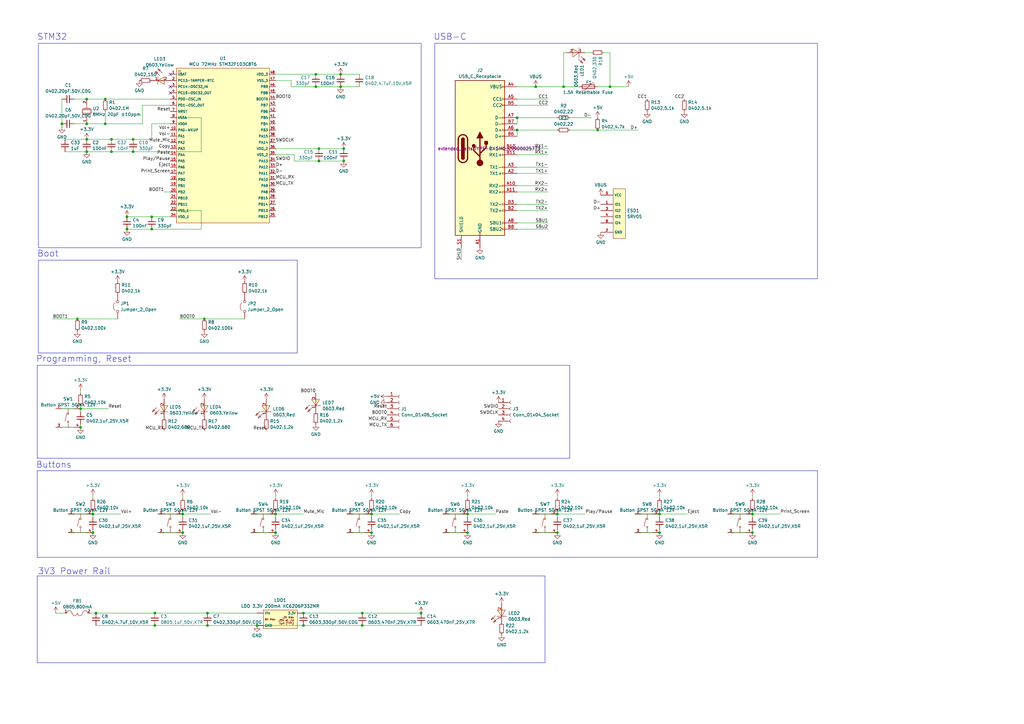
<source format=kicad_sch>
(kicad_sch (version 20231120) (generator "eeschema") (generator_version "8.0")
  (paper "A3")
  (title_block (title "MicroPad") (date "2024-07-22") (rev "1.0") (company "Kea Studios") (comment 1 "Chris Dirks"))
  (junction (at 45.72 57.15))
  (junction (at 308.61 210.82))
  (junction (at 43.18 50.8))
  (junction (at 33.02 167.64))
  (junction (at 191.77 210.82))
  (junction (at 191.77 218.44))
  (junction (at 62.23 88.9))
  (junction (at 54.61 62.23))
  (junction (at 270.51 210.82))
  (junction (at 35.56 40.64))
  (junction (at 113.03 218.44))
  (junction (at 228.6 218.44))
  (junction (at 212.09 48.26))
  (junction (at 129.54 30.48))
  (junction (at 139.7 35.56))
  (junction (at 219.71 35.56))
  (junction (at 105.41 256.54))
  (junction (at 152.4 210.82))
  (junction (at 130.81 60.96))
  (junction (at 63.5 251.46))
  (junction (at 52.07 88.9))
  (junction (at 124.46 251.46))
  (junction (at 33.02 175.26))
  (junction (at 45.72 62.23))
  (junction (at 130.81 66.04))
  (junction (at 31.75 130.81))
  (junction (at 83.82 130.81))
  (junction (at 231.14 35.56))
  (junction (at 85.09 251.46))
  (junction (at 140.97 60.96))
  (junction (at 129.54 35.56))
  (junction (at 74.93 218.44))
  (junction (at 124.46 256.54))
  (junction (at 250.19 35.56))
  (junction (at 172.72 251.46))
  (junction (at 113.03 210.82))
  (junction (at 152.4 218.44))
  (junction (at 140.97 66.04))
  (junction (at 228.6 210.82))
  (junction (at 139.7 30.48))
  (junction (at 39.37 251.46))
  (junction (at 308.61 218.44))
  (junction (at 148.59 256.54))
  (junction (at 35.56 57.15))
  (junction (at 35.56 50.8))
  (junction (at 52.07 93.98))
  (junction (at 38.1 218.44))
  (junction (at 43.18 40.64))
  (junction (at 148.59 251.46))
  (junction (at 74.93 210.82))
  (junction (at 25.4 50.8))
  (junction (at 54.61 57.15))
  (junction (at 85.09 256.54))
  (junction (at 35.56 62.23))
  (junction (at 63.5 256.54))
  (junction (at 212.09 53.34))
  (junction (at 270.51 218.44))
  (junction (at 245.11 53.34))
  (junction (at 38.1 210.82))
  (junction (at 62.23 93.98))
  (no_connect (at 69.85 30.48))
  (no_connect (at 69.85 35.56))
  (no_connect (at 69.85 38.1))
  (wire (pts (xy 212.09 53.34) (xy 212.09 55.88)))
  (wire (pts (xy 62.23 57.15) (xy 62.23 50.8)))
  (wire (pts (xy 113.03 209.55) (xy 113.03 210.82)))
  (wire (pts (xy 33.02 167.64) (xy 33.02 168.91)))
  (wire (pts (xy 36.83 251.46) (xy 39.37 251.46)))
  (wire (pts (xy 64.77 210.82) (xy 74.93 210.82)))
  (wire (pts (xy 260.35 218.44) (xy 270.51 218.44)))
  (wire (pts (xy 119.38 35.56) (xy 129.54 35.56)))
  (wire (pts (xy 33.02 166.37) (xy 33.02 167.64)))
  (wire (pts (xy 74.93 203.2) (xy 74.93 204.47)))
  (wire (pts (xy 82.55 86.36) (xy 82.55 93.98)))
  (wire (pts (xy 43.18 40.64) (xy 69.85 40.64)))
  (wire (pts (xy 212.09 48.26) (xy 228.6 48.26)))
  (wire (pts (xy 74.93 210.82) (xy 74.93 212.09)))
  (wire (pts (xy 67.31 78.74) (xy 69.85 78.74)))
  (wire (pts (xy 63.5 256.54) (xy 85.09 256.54)))
  (wire (pts (xy 212.09 35.56) (xy 219.71 35.56)))
  (wire (pts (xy 120.65 63.5) (xy 120.65 66.04)))
  (wire (pts (xy 124.46 251.46) (xy 148.59 251.46)))
  (wire (pts (xy 52.07 88.9) (xy 62.23 88.9)))
  (wire (pts (xy 45.72 62.23) (xy 54.61 62.23)))
  (wire (pts (xy 270.51 217.17) (xy 270.51 218.44)))
  (wire (pts (xy 35.56 40.64) (xy 43.18 40.64)))
  (wire (pts (xy 35.56 50.8) (xy 43.18 50.8)))
  (wire (pts (xy 212.09 53.34) (xy 228.6 53.34)))
  (wire (pts (xy 85.09 256.54) (xy 105.41 256.54)))
  (wire (pts (xy 30.48 40.64) (xy 35.56 40.64)))
  (wire (pts (xy 212.09 76.2) (xy 224.79 76.2)))
  (wire (pts (xy 38.1 203.2) (xy 38.1 204.47)))
  (wire (pts (xy 130.81 66.04) (xy 140.97 66.04)))
  (wire (pts (xy 270.51 203.2) (xy 270.51 204.47)))
  (wire (pts (xy 139.7 35.56) (xy 147.32 35.56)))
  (wire (pts (xy 228.6 210.82) (xy 240.03 210.82)))
  (wire (pts (xy 219.71 35.56) (xy 231.14 35.56)))
  (wire (pts (xy 218.44 218.44) (xy 228.6 218.44)))
  (wire (pts (xy 31.75 130.81) (xy 48.26 130.81)))
  (wire (pts (xy 113.03 203.2) (xy 113.03 204.47)))
  (wire (pts (xy 212.09 83.82) (xy 224.79 83.82)))
  (wire (pts (xy 212.09 78.74) (xy 224.79 78.74)))
  (wire (pts (xy 119.38 33.02) (xy 119.38 35.56)))
  (wire (pts (xy 58.42 43.18) (xy 58.42 50.8)))
  (wire (pts (xy 22.86 175.26) (xy 33.02 175.26)))
  (wire (pts (xy 250.19 21.59) (xy 250.19 35.56)))
  (wire (pts (xy 120.65 66.04) (xy 130.81 66.04)))
  (wire (pts (xy 25.4 40.64) (xy 25.4 50.8)))
  (wire (pts (xy 250.19 21.59) (xy 247.65 21.59)))
  (wire (pts (xy 250.19 35.56) (xy 245.11 35.56)))
  (wire (pts (xy 33.02 167.64) (xy 44.45 167.64)))
  (wire (pts (xy 139.7 30.48) (xy 129.54 30.48)))
  (wire (pts (xy 38.1 210.82) (xy 38.1 212.09)))
  (wire (pts (xy 83.82 130.81) (xy 100.33 130.81)))
  (wire (pts (xy 74.93 217.17) (xy 74.93 218.44)))
  (wire (pts (xy 191.77 203.2) (xy 191.77 204.47)))
  (wire (pts (xy 218.44 210.82) (xy 228.6 210.82)))
  (wire (pts (xy 308.61 210.82) (xy 320.04 210.82)))
  (wire (pts (xy 22.86 167.64) (xy 33.02 167.64)))
  (wire (pts (xy 113.03 210.82) (xy 113.03 212.09)))
  (wire (pts (xy 54.61 57.15) (xy 62.23 57.15)))
  (wire (pts (xy 191.77 210.82) (xy 191.77 212.09)))
  (wire (pts (xy 245.11 53.34) (xy 261.62 53.34)))
  (wire (pts (xy 228.6 209.55) (xy 228.6 210.82)))
  (wire (pts (xy 181.61 210.82) (xy 191.77 210.82)))
  (wire (pts (xy 62.23 88.9) (xy 69.85 88.9)))
  (wire (pts (xy 228.6 210.82) (xy 228.6 212.09)))
  (wire (pts (xy 140.97 60.96) (xy 130.81 60.96)))
  (wire (pts (xy 148.59 256.54) (xy 172.72 256.54)))
  (wire (pts (xy 270.51 210.82) (xy 281.94 210.82)))
  (wire (pts (xy 63.5 251.46) (xy 85.09 251.46)))
  (wire (pts (xy 257.81 35.56) (xy 250.19 35.56)))
  (wire (pts (xy 142.24 218.44) (xy 152.4 218.44)))
  (wire (pts (xy 212.09 48.26) (xy 212.09 50.8)))
  (wire (pts (xy 231.14 21.59) (xy 231.14 35.56)))
  (wire (pts (xy 298.45 210.82) (xy 308.61 210.82)))
  (wire (pts (xy 240.03 21.59) (xy 242.57 21.59)))
  (wire (pts (xy 113.03 210.82) (xy 124.46 210.82)))
  (wire (pts (xy 35.56 57.15) (xy 45.72 57.15)))
  (wire (pts (xy 102.87 210.82) (xy 113.03 210.82)))
  (wire (pts (xy 113.03 60.96) (xy 130.81 60.96)))
  (wire (pts (xy 62.23 50.8) (xy 69.85 50.8)))
  (wire (pts (xy 139.7 35.56) (xy 129.54 35.56)))
  (wire (pts (xy 85.09 251.46) (xy 105.41 251.46)))
  (wire (pts (xy 102.87 218.44) (xy 113.03 218.44)))
  (wire (pts (xy 308.61 203.2) (xy 308.61 204.47)))
  (wire (pts (xy 181.61 218.44) (xy 191.77 218.44)))
  (wire (pts (xy 27.94 210.82) (xy 38.1 210.82)))
  (wire (pts (xy 228.6 203.2) (xy 228.6 204.47)))
  (wire (pts (xy 26.67 57.15) (xy 35.56 57.15)))
  (wire (pts (xy 39.37 256.54) (xy 63.5 256.54)))
  (wire (pts (xy 152.4 210.82) (xy 152.4 212.09)))
  (wire (pts (xy 45.72 57.15) (xy 54.61 57.15)))
  (wire (pts (xy 270.51 210.82) (xy 270.51 212.09)))
  (wire (pts (xy 212.09 86.36) (xy 224.79 86.36)))
  (wire (pts (xy 33.02 160.02) (xy 33.02 161.29)))
  (wire (pts (xy 35.56 62.23) (xy 45.72 62.23)))
  (wire (pts (xy 69.85 43.18) (xy 58.42 43.18)))
  (wire (pts (xy 308.61 210.82) (xy 308.61 212.09)))
  (wire (pts (xy 233.68 53.34) (xy 245.11 53.34)))
  (wire (pts (xy 233.68 48.26) (xy 242.57 48.26)))
  (wire (pts (xy 237.49 35.56) (xy 231.14 35.56)))
  (wire (pts (xy 308.61 209.55) (xy 308.61 210.82)))
  (wire (pts (xy 38.1 217.17) (xy 38.1 218.44)))
  (wire (pts (xy 74.93 210.82) (xy 86.36 210.82)))
  (wire (pts (xy 212.09 63.5) (xy 224.79 63.5)))
  (wire (pts (xy 54.61 62.23) (xy 82.55 62.23)))
  (wire (pts (xy 191.77 217.17) (xy 191.77 218.44)))
  (wire (pts (xy 39.37 251.46) (xy 63.5 251.46)))
  (wire (pts (xy 113.03 33.02) (xy 119.38 33.02)))
  (wire (pts (xy 105.41 256.54) (xy 124.46 256.54)))
  (wire (pts (xy 62.23 93.98) (xy 82.55 93.98)))
  (wire (pts (xy 74.93 209.55) (xy 74.93 210.82)))
  (wire (pts (xy 152.4 210.82) (xy 163.83 210.82)))
  (wire (pts (xy 212.09 60.96) (xy 224.79 60.96)))
  (wire (pts (xy 212.09 71.12) (xy 224.79 71.12)))
  (wire (pts (xy 38.1 209.55) (xy 38.1 210.82)))
  (wire (pts (xy 308.61 217.17) (xy 308.61 218.44)))
  (wire (pts (xy 148.59 251.46) (xy 172.72 251.46)))
  (wire (pts (xy 64.77 218.44) (xy 74.93 218.44)))
  (wire (pts (xy 30.48 50.8) (xy 35.56 50.8)))
  (wire (pts (xy 139.7 30.48) (xy 147.32 30.48)))
  (wire (pts (xy 52.07 93.98) (xy 62.23 93.98)))
  (wire (pts (xy 212.09 43.18) (xy 224.79 43.18)))
  (wire (pts (xy 124.46 256.54) (xy 148.59 256.54)))
  (wire (pts (xy 73.66 130.81) (xy 83.82 130.81)))
  (wire (pts (xy 298.45 218.44) (xy 308.61 218.44)))
  (wire (pts (xy 43.18 50.8) (xy 43.18 45.72)))
  (wire (pts (xy 142.24 210.82) (xy 152.4 210.82)))
  (wire (pts (xy 113.03 63.5) (xy 120.65 63.5)))
  (wire (pts (xy 191.77 210.82) (xy 203.2 210.82)))
  (wire (pts (xy 152.4 209.55) (xy 152.4 210.82)))
  (wire (pts (xy 58.42 50.8) (xy 43.18 50.8)))
  (wire (pts (xy 21.59 130.81) (xy 31.75 130.81)))
  (wire (pts (xy 152.4 217.17) (xy 152.4 218.44)))
  (wire (pts (xy 26.67 251.46) (xy 22.86 251.46)))
  (wire (pts (xy 212.09 40.64) (xy 224.79 40.64)))
  (wire (pts (xy 82.55 62.23) (xy 82.55 48.26)))
  (wire (pts (xy 191.77 209.55) (xy 191.77 210.82)))
  (wire (pts (xy 113.03 217.17) (xy 113.03 218.44)))
  (wire (pts (xy 232.41 21.59) (xy 231.14 21.59)))
  (wire (pts (xy 212.09 91.44) (xy 224.79 91.44)))
  (wire (pts (xy 27.94 218.44) (xy 38.1 218.44)))
  (wire (pts (xy 25.4 52.07) (xy 25.4 50.8)))
  (wire (pts (xy 189.23 101.6) (xy 189.23 106.68)))
  (wire (pts (xy 260.35 210.82) (xy 270.51 210.82)))
  (wire (pts (xy 26.67 62.23) (xy 35.56 62.23)))
  (wire (pts (xy 69.85 86.36) (xy 82.55 86.36)))
  (wire (pts (xy 228.6 217.17) (xy 228.6 218.44)))
  (wire (pts (xy 212.09 68.58) (xy 224.79 68.58)))
  (wire (pts (xy 113.03 30.48) (xy 129.54 30.48)))
  (wire (pts (xy 82.55 48.26) (xy 69.85 48.26)))
  (wire (pts (xy 270.51 209.55) (xy 270.51 210.82)))
  (wire (pts (xy 152.4 203.2) (xy 152.4 204.47)))
  (wire (pts (xy 33.02 173.99) (xy 33.02 175.26)))
  (wire (pts (xy 212.09 93.98) (xy 224.79 93.98)))
  (wire (pts (xy 38.1 210.82) (xy 49.53 210.82)))
  (rectangle (start 15.748 106.68) (end 121.92 144.78))
  (rectangle (start 178.308 17.78) (end 335.28 114.3))
  (rectangle (start 15.748 17.78) (end 172.72 101.6))
  (rectangle (start 15.24 149.86) (end 233.68 187.96))
  (rectangle (start 15.24 236.22) (end 223.52 271.78))
  (rectangle (start 15.24 193.04) (end 335.28 228.6))
  (text "3V3 Power Rail" (at 30.48 234.442 0) (effects (font (size 2.56 2.56))))
  (text "USB-C" (at 177.8 15.24 0) (effects (font (size 2.56 2.56)) (justify left)))
  (text "Buttons" (at 22.098 190.754 0) (effects (font (size 2.56 2.56))))
  (text "Boot" (at 15.24 104.14 0) (effects (font (size 2.56 2.56)) (justify left)))
  (text "STM32" (at 15.24 15.24 0) (effects (font (size 2.56 2.56)) (justify left)))
  (text "Programming, Reset" (at 14.732 147.32 0) (effects (font (size 2.56 2.56)) (justify left)))
  (label "Copy" (at 163.83 210.82 0))
  (label "TX2-" (at 224.79 83.82 180))
  (label "Eject" (at 69.85 68.58 180))
  (label "Reset" (at 158.75 167.64 180))
  (label "SWDIO" (at 113.03 66.04 0))
  (label "RX2-" (at 224.79 76.2 180))
  (label "MCU_TX" (at 113.03 76.2 0))
  (label "Print_Screen" (at 320.04 210.82 0))
  (label "BOOT0" (at 129.54 161.29 180))
  (label "Paste" (at 69.85 63.5 180))
  (label "BOOT1" (at 67.31 78.74 180))
  (label "SHLD" (at 189.23 106.68 90))
  (label "D-" (at 242.57 48.26 180))
  (label "Vol+" (at 69.85 53.34 180))
  (label "Mute_Mic" (at 69.85 58.42 180))
  (label "SWDCLK" (at 113.03 58.42 0))
  (label "Reset" (at 69.85 45.72 180))
  (label "Vol-" (at 69.85 55.88 180))
  (label "D+" (at 113.03 68.58 0))
  (label "RX1-" (at 224.79 60.96 180))
  (label "CC1" (at 265.43 40.64 180))
  (label "BOOT0" (at 113.03 40.64 0))
  (label "SBU2" (at 224.79 93.98 180))
  (label "Copy" (at 69.85 60.96 180))
  (label "Print_Screen" (at 69.85 71.12 180))
  (label "Vol-" (at 86.36 210.82 0))
  (label "CC2" (at 280.67 40.64 180))
  (label "MCU_RX" (at 67.31 176.53 180))
  (label "Vol+" (at 49.53 210.82 0))
  (label "SBU1" (at 224.79 91.44 180))
  (label "CC1" (at 224.79 40.64 180))
  (label "RX2+" (at 224.79 78.74 180))
  (label "Play{slash}Pause" (at 69.85 66.04 180))
  (label "SWDIO" (at 204.47 167.64 180))
  (label "D-" (at 113.03 71.12 0))
  (label "TX1+" (at 224.79 71.12 180))
  (label "Reset" (at 44.45 167.64 0))
  (label "Eject" (at 281.94 210.82 0))
  (label "Paste" (at 203.2 210.82 0))
  (label "SWDCLK" (at 204.47 170.18 180))
  (label "MCU_TX" (at 83.82 176.53 180))
  (label "BOOT0" (at 158.75 170.18 180))
  (label "TX2+" (at 224.79 86.36 180))
  (label "MCU_TX" (at 158.75 175.26 180))
  (label "Reset" (at 109.22 176.53 180))
  (label "MCU_RX" (at 113.03 73.66 0))
  (label "BOOT1" (at 21.59 130.81 0))
  (label "MCU_RX" (at 158.75 172.72 180))
  (label "D-" (at 246.38 83.82 180))
  (label "TX1-" (at 224.79 68.58 180))
  (label "D+" (at 246.38 86.36 180))
  (label "D+" (at 261.62 53.34 180))
  (label "Play{slash}Pause" (at 240.03 210.82 0))
  (label "BOOT0" (at 73.66 130.81 0))
  (label "CC2" (at 224.79 43.18 180))
  (label "RX1+" (at 224.79 63.5 180))
  (label "Mute_Mic" (at 124.46 210.82 0))
  (symbol (lib_id "jlcpcb-basic-resistor:0402,10k") (at 191.77 207.01 0) (unit 1)
    (property "Reference" "R21" (at 193.2686 205.7978 0) (effects (justify left)))
    (property "Value" "0402,10k" (at 193.2686 208.2221 0) (effects (justify left)))
    (property "Footprint" "footprint:0402_1005Metric" (effects (hide yes)))
    (property "Datasheet" "https://datasheet.lcsc.com/lcsc/2110260030_UNI-ROYAL-Uniroyal-Elec-0402WGF1002TCE_C25744.pdf" (effects (hide yes)))
    (property "Description" "1% 1 16W Thick Film Resistors 50V   100ppm    -55    155   10k   0402 Chip Resistor - Surface Mount ROHS" (effects (hide yes)))
    (property "LCSC" "C25744" (effects (hide yes)))
    (property "MFG" "UNI-ROYAL(Uniroyal Elec)" (effects (hide yes)))
    (property "MFGPN" "0402WGF1002TCE" (effects (hide yes)))
  )
  (symbol (lib_name "GND_4") (lib_id "power:GND") (at 139.7 35.56 0) (mirror y) (unit 1)
    (property "Reference" "#PWR017" (effects (hide yes)))
    (property "Value" "GND" (at 139.7 39.6931 0))
    (property "Description" "Power symbol creates a global label with name \"GND\" , ground" (effects (hide yes)))
  )
  (symbol (lib_id "jlcpcb-basic-resistor:0402,22") (at 231.14 48.26 90) (unit 1)
    (property "Reference" "R2" (at 231.14 43.3789 90))
    (property "Value" "0402,22" (at 231.14 45.8032 90))
    (property "Footprint" "footprint:0402_1005Metric" (effects (hide yes)))
    (property "Datasheet" "https://datasheet.lcsc.com/lcsc/2110252230_UNI-ROYAL-Uniroyal-Elec-0402WGF220JTCE_C25092.pdf" (effects (hide yes)))
    (property "Description" "1% 1 16W Thick Film Resistors 50V   200ppm    -55    155   22   0402 Chip Resistor - Surface Mount ROHS" (effects (hide yes)))
    (property "LCSC" "C25092" (effects (hide yes)))
    (property "MFG" "UNI-ROYAL(Uniroyal Elec)" (effects (hide yes)))
    (property "MFGPN" "0402WGF220JTCE" (effects (hide yes)))
  )
  (symbol (lib_id "power:+3.3V") (at 204.47 165.1 0) (unit 1)
    (property "Reference" "#PWR031" (effects (hide yes)))
    (property "Value" "+3.3V" (at 204.47 160.9669 0))
    (property "Description" "Power symbol creates a global label with name \"+3.3V\"" (effects (hide yes)))
  )
  (symbol (lib_id "jlcpcb-basic-capacitor:0402,20pF,50V,C0G ") (at 27.94 40.64 90) (unit 1)
    (property "Reference" "C1" (at 27.94 34.9461 90))
    (property "Value" "0402,20pF,50V,C0G" (at 27.94 37.3704 90))
    (property "Footprint" "footprint:0402_1005Metric" (effects (hide yes)))
    (property "Datasheet" "https://datasheet.lcsc.com/lcsc/1811141710_FH-Guangdong-Fenghua-Advanced-Tech-0402CG200J500NT_C1554.pdf" (effects (hide yes)))
    (property "Description" "50V 20pF C0G   5% 0402 Multilayer Ceramic Capacitors MLCC - SMD SMT ROHS" (effects (hide yes)))
    (property "LCSC" "C1554" (effects (hide yes)))
    (property "MFG" "FH(Guangdong Fenghua Advanced Tech)" (effects (hide yes)))
    (property "MFGPN" "0402CG200J500NT" (effects (hide yes)))
  )
  (symbol (lib_id "jlcpcb-diodes:0603,Red") (at 205.74 251.46 90) (unit 1)
    (property "Reference" "LED2" (at 208.407 251.5178 90) (effects (justify right)))
    (property "Value" "0603,Red" (at 208.407 253.9421 90) (effects (justify right)))
    (property "Footprint" "footprint:LED0603" (effects (hide yes)))
    (property "Datasheet" "https://item.szlcsc.com/347874.html" (effects (hide yes)))
    (property "LCSC" "C2286" (effects (hide yes)))
  )
  (symbol (lib_id "jlcpcb-diodes:SRV05") (at 251.46 87.63 0) (unit 1)
    (property "Reference" "ESD1" (at 257.175 86.4178 0) (effects (justify left)))
    (property "Value" "SRV05" (at 257.175 88.8421 0) (effects (justify left)))
    (property "Footprint" "footprint:SOT-23-6_L2.9-W1.6-P0.95-LS2.8-BR" (effects (hide yes)))
    (property "Datasheet" "https://item.szlcsc.com/169042.html" (effects (hide yes)))
    (property "LCSC" "C85364" (effects (hide yes)))
  )
  (symbol (lib_name "GND_4") (lib_id "power:GND") (at 35.56 62.23 0) (unit 1)
    (property "Reference" "#PWR011" (effects (hide yes)))
    (property "Value" "GND" (at 35.56 66.3631 0))
    (property "Description" "Power symbol creates a global label with name \"GND\" , ground" (effects (hide yes)))
  )
  (symbol (lib_id "jlcpcb-basic-capacitor:0402,100nF,16V,X7R ") (at 52.07 91.44 0) (unit 1)
    (property "Reference" "C4" (at 54.3814 90.2278 0) (effects (justify left)))
    (property "Value" "100nF" (at 54.3814 92.6521 0) (effects (justify left)))
    (property "Footprint" "footprint:0402_1005Metric" (effects (hide yes)))
    (property "Datasheet" "https://datasheet.lcsc.com/lcsc/1810191219_Samsung-Electro-Mechanics-CL05B104KO5NNNC_C1525.pdf" (effects (hide yes)))
    (property "Description" "16V 100nF X7R   10% 0402 Multilayer Ceramic Capacitors MLCC - SMD SMT ROHS" (effects (hide yes)))
    (property "LCSC" "C1525" (effects (hide yes)))
    (property "MFG" "Samsung Electro-Mechanics" (effects (hide yes)))
    (property "MFGPN" "CL05B104KO5NNNC" (effects (hide yes)))
  )
  (symbol (lib_id "jlcpcb-diodes:0603,Red") (at 236.22 21.59 180) (unit 1)
    (property "Reference" "LED1" (at 238.7022 26.543 90) (effects (justify left)))
    (property "Value" "0603,Red" (at 236.2779 26.543 90) (effects (justify left)))
    (property "Footprint" "footprint:LED0603" (effects (hide yes)))
    (property "Datasheet" "https://item.szlcsc.com/347874.html" (effects (hide yes)))
    (property "LCSC" "C2286" (effects (hide yes)))
  )
  (symbol (lib_id "Jumper:Jumper_2_Open") (at 48.26 125.73 90) (unit 1) (exclude_from_sim yes)
    (property "Reference" "JP1" (at 49.403 124.5178 90) (effects (justify right)))
    (property "Value" "Jumper_2_Open" (at 49.403 126.9421 90) (effects (justify right)))
    (property "Footprint" "Jumper:SolderJumper-2_P1.3mm_Open_RoundedPad1.0x1.5mm" (effects (hide yes)))
    (property "Description" "Jumper, 2-pole, open" (effects (hide yes)))
  )
  (symbol (lib_id "jlcpcb-basic-capacitor:0402,1uF,25V,X5R ") (at 228.6 214.63 0) (unit 1)
    (property "Reference" "C37" (at 230.9114 213.4178 0) (effects (justify left)))
    (property "Value" "0402,1uF,25V,X5R" (at 230.9114 215.8421 0) (effects (justify left)))
    (property "Footprint" "footprint:0402_1005Metric" (effects (hide yes)))
    (property "Datasheet" "https://datasheet.lcsc.com/lcsc/1811091611_Samsung-Electro-Mechanics-CL05A105KA5NQNC_C52923.pdf" (effects (hide yes)))
    (property "Description" "25V 1uF X5R   10% 0402 Multilayer Ceramic Capacitors MLCC - SMD SMT ROHS" (effects (hide yes)))
    (property "LCSC" "C52923" (effects (hide yes)))
    (property "MFG" "Samsung Electro-Mechanics" (effects (hide yes)))
    (property "MFGPN" "CL05A105KA5NQNC" (effects (hide yes)))
  )
  (symbol (lib_id "power:+5V") (at 22.86 251.46 0) (unit 1)
    (property "Reference" "#PWR07" (effects (hide yes)))
    (property "Value" "+5V" (at 22.86 247.3269 0))
    (property "Description" "Power symbol creates a global label with name \"+5V\"" (effects (hide yes)))
  )
  (symbol (lib_id "power:+3.3V") (at 139.7 30.48 0) (mirror y) (unit 1)
    (property "Reference" "#PWR016" (effects (hide yes)))
    (property "Value" "+3.3V" (at 139.7 26.3469 0))
    (property "Description" "Power symbol creates a global label with name \"+3.3V\"" (effects (hide yes)))
  )
  (symbol (lib_id "power:+5V") (at 158.75 162.56 90) (unit 1)
    (property "Reference" "#PWR022" (effects (hide yes)))
    (property "Value" "+5V" (at 153.67 162.56 90))
    (property "Description" "Power symbol creates a global label with name \"+5V\"" (effects (hide yes)))
  )
  (symbol (lib_id "power:GND") (at 129.54 173.99 0) (unit 1)
    (property "Reference" "#PWR029" (effects (hide yes)))
    (property "Value" "GND" (at 129.54 178.1231 0))
    (property "Description" "Power symbol creates a global label with name \"GND\" , ground" (effects (hide yes)))
  )
  (symbol (lib_id "jlcpcb-diodes:0603,Red") (at 109.22 167.64 90) (unit 1)
    (property "Reference" "LED6" (at 111.887 167.6978 90) (effects (justify right)))
    (property "Value" "0603,Red" (at 111.887 170.1221 90) (effects (justify right)))
    (property "Footprint" "footprint:LED0603" (effects (hide yes)))
    (property "Datasheet" "https://item.szlcsc.com/347874.html" (effects (hide yes)))
    (property "LCSC" "C2286" (effects (hide yes)))
  )
  (symbol (lib_id "jlcpcb-basic-capacitor:0402,1uF,25V,X5R ") (at 33.02 171.45 0) (unit 1)
    (property "Reference" "C5" (at 35.3314 170.2378 0) (effects (justify left)))
    (property "Value" "0402,1uF,25V,X5R" (at 35.3314 172.6621 0) (effects (justify left)))
    (property "Footprint" "footprint:0402_1005Metric" (effects (hide yes)))
    (property "Datasheet" "https://datasheet.lcsc.com/lcsc/1811091611_Samsung-Electro-Mechanics-CL05A105KA5NQNC_C52923.pdf" (effects (hide yes)))
    (property "Description" "25V 1uF X5R   10% 0402 Multilayer Ceramic Capacitors MLCC - SMD SMT ROHS" (effects (hide yes)))
    (property "LCSC" "C52923" (effects (hide yes)))
    (property "MFG" "Samsung Electro-Mechanics" (effects (hide yes)))
    (property "MFGPN" "CL05A105KA5NQNC" (effects (hide yes)))
  )
  (symbol (lib_id "jlcpcb-basic-resistor:0402,100k") (at 83.82 133.35 180) (unit 1)
    (property "Reference" "R8" (at 85.3186 132.1378 0) (effects (justify right)))
    (property "Value" "0402,100k" (at 85.3186 134.5621 0) (effects (justify right)))
    (property "Footprint" "footprint:0402_1005Metric" (effects (hide yes)))
    (property "Datasheet" "https://datasheet.lcsc.com/lcsc/2110260030_UNI-ROYAL-Uniroyal-Elec-0402WGF1003TCE_C25741.pdf" (effects (hide yes)))
    (property "Description" "1% 1 16W Thick Film Resistors 50V   100ppm    -55    155   100k   0402 Chip Resistor - Surface Mount ROHS" (effects (hide yes)))
    (property "LCSC" "C25741" (effects (hide yes)))
    (property "MFG" "UNI-ROYAL(Uniroyal Elec)" (effects (hide yes)))
    (property "MFGPN" "0402WGF1003TCE" (effects (hide yes)))
  )
  (symbol (lib_id "jlcpcb-switches:Button SPST 50mA 12V") (at 265.43 213.36 0) (unit 1)
    (property "Reference" "SW8" (at 265.43 206.8025 0))
    (property "Value" "Button SPST 50mA 12V" (at 265.43 209.2268 0))
    (property "Footprint" "footprint:SW-SMD_4P-L5.1-W5.1-P3.70-LS6.5-TL-2" (effects (hide yes)))
    (property "Datasheet" "https://item.szlcsc.com/300285.html" (effects (hide yes)))
    (property "LCSC" "C318884" (effects (hide yes)))
  )
  (symbol (lib_id "jlcpcb-switches:Button SPST 50mA 12V") (at 27.94 170.18 0) (unit 1)
    (property "Reference" "SW1" (at 27.94 163.6225 0))
    (property "Value" "Button SPST 50mA 12V" (at 27.94 166.0468 0))
    (property "Footprint" "footprint:SW-SMD_4P-L5.1-W5.1-P3.70-LS6.5-TL-2" (effects (hide yes)))
    (property "Datasheet" "https://item.szlcsc.com/300285.html" (effects (hide yes)))
    (property "LCSC" "C318884" (effects (hide yes)))
  )
  (symbol (lib_id "jlcpcb-basic-capacitor:0402,1uF,25V,X5R ") (at 270.51 214.63 0) (unit 1)
    (property "Reference" "C38" (at 272.8214 213.4178 0) (effects (justify left)))
    (property "Value" "0402,1uF,25V,X5R" (at 272.8214 215.8421 0) (effects (justify left)))
    (property "Footprint" "footprint:0402_1005Metric" (effects (hide yes)))
    (property "Datasheet" "https://datasheet.lcsc.com/lcsc/1811091611_Samsung-Electro-Mechanics-CL05A105KA5NQNC_C52923.pdf" (effects (hide yes)))
    (property "Description" "25V 1uF X5R   10% 0402 Multilayer Ceramic Capacitors MLCC - SMD SMT ROHS" (effects (hide yes)))
    (property "LCSC" "C52923" (effects (hide yes)))
    (property "MFG" "Samsung Electro-Mechanics" (effects (hide yes)))
    (property "MFGPN" "CL05A105KA5NQNC" (effects (hide yes)))
  )
  (symbol (lib_id "jlcpcb-basic-resistor:0402,330") (at 245.11 21.59 270) (unit 1)
    (property "Reference" "R18" (at 246.3222 23.0886 0) (effects (justify left)))
    (property "Value" "0402,330" (at 243.8979 23.0886 0) (effects (justify left)))
    (property "Footprint" "footprint:0402_1005Metric" (effects (hide yes)))
    (property "Datasheet" "https://datasheet.lcsc.com/lcsc/2110252230_UNI-ROYAL-Uniroyal-Elec-0402WGF3300TCE_C25104.pdf" (effects (hide yes)))
    (property "Description" "1% 1 16W Thick Film Resistors 50V   100ppm    -55    155   330   0402 Chip Resistor - Surface Mount ROHS" (effects (hide yes)))
    (property "LCSC" "C25104" (effects (hide yes)))
    (property "MFG" "UNI-ROYAL(Uniroyal Elec)" (effects (hide yes)))
    (property "MFGPN" "0402WGF3300TCE" (effects (hide yes)))
  )
  (symbol (lib_id "jlcpcb-switches:Button SPST 50mA 12V") (at 223.52 213.36 0) (unit 1)
    (property "Reference" "SW7" (at 223.52 206.8025 0))
    (property "Value" "Button SPST 50mA 12V" (at 223.52 209.2268 0))
    (property "Footprint" "footprint:SW-SMD_4P-L5.1-W5.1-P3.70-LS6.5-TL-2" (effects (hide yes)))
    (property "Datasheet" "https://item.szlcsc.com/300285.html" (effects (hide yes)))
    (property "LCSC" "C318884" (effects (hide yes)))
  )
  (symbol (lib_id "jlcpcb-basic-capacitor:0402,1uF,25V,X5R ") (at 38.1 214.63 0) (unit 1)
    (property "Reference" "C30" (at 40.4114 213.4178 0) (effects (justify left)))
    (property "Value" "0402,1uF,25V,X5R" (at 40.4114 215.8421 0) (effects (justify left)))
    (property "Footprint" "footprint:0402_1005Metric" (effects (hide yes)))
    (property "Datasheet" "https://datasheet.lcsc.com/lcsc/1811091611_Samsung-Electro-Mechanics-CL05A105KA5NQNC_C52923.pdf" (effects (hide yes)))
    (property "Description" "25V 1uF X5R   10% 0402 Multilayer Ceramic Capacitors MLCC - SMD SMT ROHS" (effects (hide yes)))
    (property "LCSC" "C52923" (effects (hide yes)))
    (property "MFG" "Samsung Electro-Mechanics" (effects (hide yes)))
    (property "MFGPN" "CL05A105KA5NQNC" (effects (hide yes)))
  )
  (symbol (lib_id "power:+3.3V") (at 48.26 115.57 0) (mirror y) (unit 1)
    (property "Reference" "#PWR024" (effects (hide yes)))
    (property "Value" "+3.3V" (at 48.26 111.4369 0))
    (property "Description" "Power symbol creates a global label with name \"+3.3V\"" (effects (hide yes)))
  )
  (symbol (lib_id "jlcpcb-basic-capacitor:0402,1uF,25V,X5R ") (at 113.03 214.63 0) (unit 1)
    (property "Reference" "C34" (at 115.3414 213.4178 0) (effects (justify left)))
    (property "Value" "0402,1uF,25V,X5R" (at 115.3414 215.8421 0) (effects (justify left)))
    (property "Footprint" "footprint:0402_1005Metric" (effects (hide yes)))
    (property "Datasheet" "https://datasheet.lcsc.com/lcsc/1811091611_Samsung-Electro-Mechanics-CL05A105KA5NQNC_C52923.pdf" (effects (hide yes)))
    (property "Description" "25V 1uF X5R   10% 0402 Multilayer Ceramic Capacitors MLCC - SMD SMT ROHS" (effects (hide yes)))
    (property "LCSC" "C52923" (effects (hide yes)))
    (property "MFG" "Samsung Electro-Mechanics" (effects (hide yes)))
    (property "MFGPN" "CL05A105KA5NQNC" (effects (hide yes)))
  )
  (symbol (lib_id "jlcpcb-basic-capacitor:0402,330pF,50V,C0G ") (at 130.81 63.5 0) (mirror y) (unit 1)
    (property "Reference" "C15" (at 128.4986 62.2878 0) (effects (justify left)))
    (property "Value" "330pF" (at 128.4986 64.7121 0) (effects (justify left)))
    (property "Footprint" "footprint:0402_1005Metric" (effects (hide yes)))
    (property "Datasheet" "https://datasheet.lcsc.com/lcsc/1810192025_Samsung-Electro-Mechanics-CL05C331JB5NNNC_C13533.pdf" (effects (hide yes)))
    (property "Description" "50V 330pF C0G   5% 0402 Multilayer Ceramic Capacitors MLCC - SMD SMT ROHS" (effects (hide yes)))
    (property "LCSC" "C13533" (effects (hide yes)))
    (property "MFG" "Samsung Electro-Mechanics" (effects (hide yes)))
    (property "MFGPN" "CL05C331JB5NNNC" (effects (hide yes)))
  )
  (symbol (lib_id "power:+3.3V") (at 140.97 60.96 0) (mirror y) (unit 1)
    (property "Reference" "#PWR014" (effects (hide yes)))
    (property "Value" "+3.3V" (at 140.97 56.8269 0))
    (property "Description" "Power symbol creates a global label with name \"+3.3V\"" (effects (hide yes)))
  )
  (symbol (lib_id "jlcpcb-chips-crystals:MCU 72MHz STM32F103C8T6") (at 91.44 59.69 0) (unit 1)
    (property "Reference" "U1" (at 91.44 23.9224 0))
    (property "Value" "MCU 72MHz STM32F103C8T6" (at 91.44 26.3467 0))
    (property "Footprint" "footprint:LQFP-48_L7.0-W7.0-P0.50-LS9.0-BL" (effects (hide yes)))
    (property "Datasheet" "https://atta.szlcsc.com/upload/public/pdf/source/20190808/C411336_D1D2DF7683029D856BA010BA7A5BF7EA.pdf" (effects (hide yes)))
    (property "LCSC" "C8734" (effects (hide yes)))
  )
  (symbol (lib_id "jlcpcb-basic-resistor:0402,4.7k") (at 245.11 50.8 0) (unit 1)
    (property "Reference" "R4" (at 246.6086 49.5878 0) (effects (justify left)))
    (property "Value" "0402,4.7k" (at 246.6086 52.0121 0) (effects (justify left)))
    (property "Footprint" "footprint:0402_1005Metric" (effects (hide yes)))
    (property "Datasheet" "https://datasheet.lcsc.com/lcsc/2110260030_UNI-ROYAL-Uniroyal-Elec-0402WGF4701TCE_C25900.pdf" (effects (hide yes)))
    (property "Description" "1% 1 16W Thick Film Resistors 50V   100ppm    -55    155   4 7k   0402 Chip Resistor - Surface Mount ROHS" (effects (hide yes)))
    (property "LCSC" "C25900" (effects (hide yes)))
    (property "MFG" "UNI-ROYAL(Uniroyal Elec)" (effects (hide yes)))
    (property "MFGPN" "0402WGF4701TCE" (effects (hide yes)))
  )
  (symbol (lib_name "GND_1") (lib_id "power:GND") (at 228.6 218.44 0) (unit 1)
    (property "Reference" "#PWR068" (effects (hide yes)))
    (property "Value" "GND" (at 228.6 222.5731 0))
    (property "Description" "Power symbol creates a global label with name \"GND\" , ground" (effects (hide yes)))
  )
  (symbol (lib_id "jlcpcb-switches:Button SPST 50mA 12V") (at 69.85 213.36 0) (unit 1)
    (property "Reference" "SW3" (at 69.85 206.8025 0))
    (property "Value" "Button SPST 50mA 12V" (at 69.85 209.2268 0))
    (property "Footprint" "footprint:SW-SMD_4P-L5.1-W5.1-P3.70-LS6.5-TL-2" (effects (hide yes)))
    (property "Datasheet" "https://item.szlcsc.com/300285.html" (effects (hide yes)))
    (property "LCSC" "C318884" (effects (hide yes)))
  )
  (symbol (lib_id "power:GND") (at 280.67 45.72 0) (unit 1)
    (property "Reference" "#PWR034" (effects (hide yes)))
    (property "Value" "GND" (at 280.67 49.8531 0))
    (property "Description" "Power symbol creates a global label with name \"GND\" , ground" (effects (hide yes)))
  )
  (symbol (lib_id "jlcpcb-diodes:0603,Yellow") (at 83.82 167.64 90) (unit 1)
    (property "Reference" "LED4" (at 85.979 166.9358 90) (effects (justify right)))
    (property "Value" "0603,Yellow" (at 85.979 169.3601 90) (effects (justify right)))
    (property "Footprint" "footprint:LED0603" (effects (hide yes)))
    (property "Datasheet" "https://atta.szlcsc.com/upload/public/pdf/source/20180129/C125100_15171877314981315871.pdf" (effects (hide yes)))
    (property "LCSC" "C72038" (effects (hide yes)))
  )
  (symbol (lib_id "power:+3.3V") (at 83.82 163.83 0) (unit 1)
    (property "Reference" "#PWR027" (effects (hide yes)))
    (property "Value" "+3.3V" (at 83.82 159.6969 0))
    (property "Description" "Power symbol creates a global label with name \"+3.3V\"" (effects (hide yes)))
  )
  (symbol (lib_id "jlcpcb-switches:Button SPST 50mA 12V") (at 303.53 213.36 0) (unit 1)
    (property "Reference" "SW9" (at 303.53 206.8025 0))
    (property "Value" "Button SPST 50mA 12V" (at 303.53 209.2268 0))
    (property "Footprint" "footprint:SW-SMD_4P-L5.1-W5.1-P3.70-LS6.5-TL-2" (effects (hide yes)))
    (property "Datasheet" "https://item.szlcsc.com/300285.html" (effects (hide yes)))
    (property "LCSC" "C318884" (effects (hide yes)))
  )
  (symbol (lib_id "jlcpcb-basic-resistor:0402,100k") (at 31.75 133.35 180) (unit 1)
    (property "Reference" "R9" (at 33.2486 132.1378 0) (effects (justify right)))
    (property "Value" "0402,100k" (at 33.2486 134.5621 0) (effects (justify right)))
    (property "Footprint" "footprint:0402_1005Metric" (effects (hide yes)))
    (property "Datasheet" "https://datasheet.lcsc.com/lcsc/2110260030_UNI-ROYAL-Uniroyal-Elec-0402WGF1003TCE_C25741.pdf" (effects (hide yes)))
    (property "Description" "1% 1 16W Thick Film Resistors 50V   100ppm    -55    155   100k   0402 Chip Resistor - Surface Mount ROHS" (effects (hide yes)))
    (property "LCSC" "C25741" (effects (hide yes)))
    (property "MFG" "UNI-ROYAL(Uniroyal Elec)" (effects (hide yes)))
    (property "MFGPN" "0402WGF1003TCE" (effects (hide yes)))
  )
  (symbol (lib_id "jlcpcb-diodes:0603,Yellow") (at 66.04 33.02 0) (unit 1)
    (property "Reference" "LED3" (at 65.532 24.1765 0))
    (property "Value" "0603,Yellow" (at 65.532 26.6008 0))
    (property "Footprint" "footprint:LED0603" (effects (hide yes)))
    (property "Datasheet" "https://atta.szlcsc.com/upload/public/pdf/source/20180129/C125100_15171877314981315871.pdf" (effects (hide yes)))
    (property "LCSC" "C72038" (effects (hide yes)))
  )
  (symbol (lib_name "GND_1") (lib_id "power:GND") (at 270.51 218.44 0) (unit 1)
    (property "Reference" "#PWR073" (effects (hide yes)))
    (property "Value" "GND" (at 270.51 222.5731 0))
    (property "Description" "Power symbol creates a global label with name \"GND\" , ground" (effects (hide yes)))
  )
  (symbol (lib_name "GND_1") (lib_id "power:GND") (at 113.03 218.44 0) (unit 1)
    (property "Reference" "#PWR037" (effects (hide yes)))
    (property "Value" "GND" (at 113.03 222.5731 0))
    (property "Description" "Power symbol creates a global label with name \"GND\" , ground" (effects (hide yes)))
  )
  (symbol (lib_id "power:GND") (at 196.85 101.6 0) (unit 1)
    (property "Reference" "#PWR040" (effects (hide yes)))
    (property "Value" "GND" (at 196.85 105.7331 0))
    (property "Description" "Power symbol creates a global label with name \"GND\" , ground" (effects (hide yes)))
  )
  (symbol (lib_id "Connector:Conn_01x06_Socket") (at 163.83 167.64 0) (unit 1)
    (property "Reference" "J1" (at 164.5412 167.6978 0) (effects (justify left)))
    (property "Value" "Conn_01x06_Socket" (at 164.5412 170.1221 0) (effects (justify left)))
    (property "Footprint" "Connector_PinHeader_2.54mm:PinHeader_1x06_P2.54mm_Vertical" (effects (hide yes)))
    (property "Description" "Generic connector, single row, 01x06, script generated" (effects (hide yes)))
  )
  (symbol (lib_id "jlcpcb-basic-capacitor:0402,10nF,50V,X7R ") (at 45.72 59.69 0) (unit 1)
    (property "Reference" "C32" (at 48.0314 58.4778 0) (effects (justify left)))
    (property "Value" "10nF" (at 48.0314 60.9021 0) (effects (justify left)))
    (property "Footprint" "footprint:0402_1005Metric" (effects (hide yes)))
    (property "Datasheet" "https://datasheet.lcsc.com/lcsc/1810191223_Samsung-Electro-Mechanics-CL05B103KB5NNNC_C15195.pdf" (effects (hide yes)))
    (property "Description" "50V 10nF X7R   10% 0402 Multilayer Ceramic Capacitors MLCC - SMD SMT ROHS" (effects (hide yes)))
    (property "LCSC" "C15195" (effects (hide yes)))
    (property "MFG" "Samsung Electro-Mechanics" (effects (hide yes)))
    (property "MFGPN" "CL05B103KB5NNNC" (effects (hide yes)))
  )
  (symbol (lib_id "power:GND") (at 83.82 135.89 0) (unit 1)
    (property "Reference" "#PWR020" (effects (hide yes)))
    (property "Value" "GND" (at 83.82 140.0231 0))
    (property "Description" "Power symbol creates a global label with name \"GND\" , ground" (effects (hide yes)))
  )
  (symbol (lib_id "Device:Polyfuse") (at 241.3 35.56 270) (unit 1)
    (property "Reference" "F1" (at 240.284 33.782 90) (effects (justify left)))
    (property "Value" "1.5A Resettable Fuse" (at 230.886 37.846 90) (effects (justify left)))
    (property "Footprint" "Fuse:Fuse_1206_3216Metric" (effects (hide yes)))
    (property "Description" "Resettable fuse, polymeric positive temperature coefficient" (effects (hide yes)))
    (property "LCSC" "C2838983" (effects (hide yes)))
  )
  (symbol (lib_name "GND_4") (lib_id "power:GND") (at 140.97 66.04 0) (mirror y) (unit 1)
    (property "Reference" "#PWR015" (effects (hide yes)))
    (property "Value" "GND" (at 140.97 70.1731 0))
    (property "Description" "Power symbol creates a global label with name \"GND\" , ground" (effects (hide yes)))
  )
  (symbol (lib_id "jlcpcb-basic-resistor:0402,10k") (at 308.61 207.01 0) (unit 1)
    (property "Reference" "R28" (at 310.1086 205.7978 0) (effects (justify left)))
    (property "Value" "0402,10k" (at 310.1086 208.2221 0) (effects (justify left)))
    (property "Footprint" "footprint:0402_1005Metric" (effects (hide yes)))
    (property "Datasheet" "https://datasheet.lcsc.com/lcsc/2110260030_UNI-ROYAL-Uniroyal-Elec-0402WGF1002TCE_C25744.pdf" (effects (hide yes)))
    (property "Description" "1% 1 16W Thick Film Resistors 50V   100ppm    -55    155   10k   0402 Chip Resistor - Surface Mount ROHS" (effects (hide yes)))
    (property "LCSC" "C25744" (effects (hide yes)))
    (property "MFG" "UNI-ROYAL(Uniroyal Elec)" (effects (hide yes)))
    (property "MFGPN" "0402WGF1002TCE" (effects (hide yes)))
  )
  (symbol (lib_name "GND_1") (lib_id "power:GND") (at 74.93 218.44 0) (unit 1)
    (property "Reference" "#PWR035" (effects (hide yes)))
    (property "Value" "GND" (at 74.93 222.5731 0))
    (property "Description" "Power symbol creates a global label with name \"GND\" , ground" (effects (hide yes)))
  )
  (symbol (lib_name "GND_1") (lib_id "power:GND") (at 308.61 218.44 0) (unit 1)
    (property "Reference" "#PWR075" (effects (hide yes)))
    (property "Value" "GND" (at 308.61 222.5731 0))
    (property "Description" "Power symbol creates a global label with name \"GND\" , ground" (effects (hide yes)))
  )
  (symbol (lib_id "jlcpcb-basic-resistor:0402,680") (at 83.82 173.99 0) (unit 1)
    (property "Reference" "R17" (at 85.3186 172.7778 0) (effects (justify left)))
    (property "Value" "0402,680" (at 85.3186 175.2021 0) (effects (justify left)))
    (property "Footprint" "footprint:0402_1005Metric" (effects (hide yes)))
    (property "Datasheet" "https://datasheet.lcsc.com/lcsc/2110252230_UNI-ROYAL-Uniroyal-Elec-0402WGF6800TCE_C25130.pdf" (effects (hide yes)))
    (property "Description" "1% 1 16W Thick Film Resistors 50V   100ppm    -55    155   680   0402 Chip Resistor - Surface Mount ROHS" (effects (hide yes)))
    (property "LCSC" "C25130" (effects (hide yes)))
    (property "MFG" "UNI-ROYAL(Uniroyal Elec)" (effects (hide yes)))
    (property "MFGPN" "0402WGF6800TCE" (effects (hide yes)))
  )
  (symbol (lib_id "power:+3.3V") (at 228.6 203.2 0) (unit 1)
    (property "Reference" "#PWR067" (effects (hide yes)))
    (property "Value" "+3.3V" (at 228.6 199.0669 0))
    (property "Description" "Power symbol creates a global label with name \"+3.3V\"" (effects (hide yes)))
  )
  (symbol (lib_id "power:+3.3V") (at 100.33 115.57 0) (mirror y) (unit 1)
    (property "Reference" "#PWR025" (effects (hide yes)))
    (property "Value" "+3.3V" (at 100.33 111.4369 0))
    (property "Description" "Power symbol creates a global label with name \"+3.3V\"" (effects (hide yes)))
  )
  (symbol (lib_id "jlcpcb-basic-resistor:0402,1.2k") (at 205.74 257.81 0) (unit 1)
    (property "Reference" "R22" (at 207.2386 256.5978 0) (effects (justify left)))
    (property "Value" "0402,1.2k" (at 207.2386 259.0221 0) (effects (justify left)))
    (property "Footprint" "footprint:0402_1005Metric" (effects (hide yes)))
    (property "Datasheet" "https://datasheet.lcsc.com/lcsc/2110260030_UNI-ROYAL-Uniroyal-Elec-0402WGF1201TCE_C25862.pdf" (effects (hide yes)))
    (property "Description" "1% 1 16W Thick Film Resistors 50V   100ppm    -55    155   1 2k   0402 Chip Resistor - Surface Mount ROHS" (effects (hide yes)))
    (property "LCSC" "C25862" (effects (hide yes)))
    (property "MFG" "UNI-ROYAL(Uniroyal Elec)" (effects (hide yes)))
    (property "MFGPN" "0402WGF1201TCE" (effects (hide yes)))
  )
  (symbol (lib_id "jlcpcb-basic-capacitor:0603,470nF,25V,X7R ") (at 148.59 254 0) (unit 1)
    (property "Reference" "C12" (at 150.9014 252.7878 0) (effects (justify left)))
    (property "Value" "0603,470nF,25V,X7R" (at 150.9014 255.2121 0) (effects (justify left)))
    (property "Footprint" "footprint:0603_1608Metric" (effects (hide yes)))
    (property "Datasheet" "https://datasheet.lcsc.com/lcsc/1810261513_Samsung-Electro-Mechanics-CL10B474KA8NNNC_C1623.pdf" (effects (hide yes)))
    (property "Description" "25V 470nF X7R   10% 0603 Multilayer Ceramic Capacitors MLCC - SMD SMT ROHS" (effects (hide yes)))
    (property "LCSC" "C1623" (effects (hide yes)))
    (property "MFG" "Samsung Electro-Mechanics" (effects (hide yes)))
    (property "MFGPN" "CL10B474KA8NNNC" (effects (hide yes)))
  )
  (symbol (lib_id "Jumper:Jumper_2_Open") (at 100.33 125.73 90) (unit 1) (exclude_from_sim yes)
    (property "Reference" "JP2" (at 101.473 124.5178 90) (effects (justify right)))
    (property "Value" "Jumper_2_Open" (at 101.473 126.9421 90) (effects (justify right)))
    (property "Footprint" "Jumper:SolderJumper-2_P1.3mm_Open_RoundedPad1.0x1.5mm" (effects (hide yes)))
    (property "Description" "Jumper, 2-pole, open" (effects (hide yes)))
  )
  (symbol (lib_id "jlcpcb-basic-resistor:0402,5.1k") (at 280.67 43.18 0) (unit 1)
    (property "Reference" "R14" (at 282.1686 41.9678 0) (effects (justify left)))
    (property "Value" "0402,5.1k" (at 282.1686 44.3921 0) (effects (justify left)))
    (property "Footprint" "footprint:0402_1005Metric" (effects (hide yes)))
    (property "Datasheet" "https://datasheet.lcsc.com/lcsc/2110260030_UNI-ROYAL-Uniroyal-Elec-0402WGF5101TCE_C25905.pdf" (effects (hide yes)))
    (property "Description" "1% 1 16W Thick Film Resistors 50V   100ppm    -55    155   5 1k   0402 Chip Resistor - Surface Mount ROHS" (effects (hide yes)))
    (property "LCSC" "C25905" (effects (hide yes)))
    (property "MFG" "UNI-ROYAL(Uniroyal Elec)" (effects (hide yes)))
    (property "MFGPN" "0402WGF5101TCE" (effects (hide yes)))
  )
  (symbol (lib_id "jlcpcb-basic-capacitor:0402,100nF,16V,X7R ") (at 139.7 33.02 0) (mirror y) (unit 1)
    (property "Reference" "C16" (at 137.3886 31.8078 0) (effects (justify left)))
    (property "Value" "100nF" (at 137.3886 34.2321 0) (effects (justify left)))
    (property "Footprint" "footprint:0402_1005Metric" (effects (hide yes)))
    (property "Datasheet" "https://datasheet.lcsc.com/lcsc/1810191219_Samsung-Electro-Mechanics-CL05B104KO5NNNC_C1525.pdf" (effects (hide yes)))
    (property "Description" "16V 100nF X7R   10% 0402 Multilayer Ceramic Capacitors MLCC - SMD SMT ROHS" (effects (hide yes)))
    (property "LCSC" "C1525" (effects (hide yes)))
    (property "MFG" "Samsung Electro-Mechanics" (effects (hide yes)))
    (property "MFGPN" "CL05B104KO5NNNC" (effects (hide yes)))
  )
  (symbol (lib_id "jlcpcb-basic-capacitor:0402,4.7uF,10V,X5R ") (at 39.37 254 0) (unit 1)
    (property "Reference" "C8" (at 41.6814 252.7878 0) (effects (justify left)))
    (property "Value" "0402,4.7uF,10V,X5R" (at 41.6814 255.2121 0) (effects (justify left)))
    (property "Footprint" "footprint:0402_1005Metric" (effects (hide yes)))
    (property "Datasheet" "https://datasheet.lcsc.com/lcsc/1810191211_Samsung-Electro-Mechanics-CL05A475MP5NRNC_C23733.pdf" (effects (hide yes)))
    (property "Description" "10V 4 7uF X5R   20% 0402 Multilayer Ceramic Capacitors MLCC - SMD SMT ROHS" (effects (hide yes)))
    (property "LCSC" "C23733" (effects (hide yes)))
    (property "MFG" "Samsung Electro-Mechanics" (effects (hide yes)))
    (property "MFGPN" "CL05A475MP5NRNC" (effects (hide yes)))
  )
  (symbol (lib_id "power:+5V") (at 257.81 35.56 0) (unit 1)
    (property "Reference" "#PWR01" (effects (hide yes)))
    (property "Value" "+5V" (at 257.81 31.4269 0))
    (property "Description" "Power symbol creates a global label with name \"+5V\"" (effects (hide yes)))
  )
  (symbol (lib_id "jlcpcb-basic-capacitor:0402,1uF,25V,X5R ") (at 191.77 214.63 0) (unit 1)
    (property "Reference" "C36" (at 194.0814 213.4178 0) (effects (justify left)))
    (property "Value" "0402,1uF,25V,X5R" (at 194.0814 215.8421 0) (effects (justify left)))
    (property "Footprint" "footprint:0402_1005Metric" (effects (hide yes)))
    (property "Datasheet" "https://datasheet.lcsc.com/lcsc/1811091611_Samsung-Electro-Mechanics-CL05A105KA5NQNC_C52923.pdf" (effects (hide yes)))
    (property "Description" "25V 1uF X5R   10% 0402 Multilayer Ceramic Capacitors MLCC - SMD SMT ROHS" (effects (hide yes)))
    (property "LCSC" "C52923" (effects (hide yes)))
    (property "MFG" "Samsung Electro-Mechanics" (effects (hide yes)))
    (property "MFGPN" "CL05A105KA5NQNC" (effects (hide yes)))
  )
  (symbol (lib_id "jlcpcb-basic-resistor:0402,150") (at 59.69 33.02 90) (unit 1)
    (property "Reference" "R7" (at 59.69 28.1389 90))
    (property "Value" "0402,150" (at 59.69 30.5632 90))
    (property "Footprint" "footprint:0402_1005Metric" (effects (hide yes)))
    (property "Datasheet" "https://datasheet.lcsc.com/lcsc/2110252230_UNI-ROYAL-Uniroyal-Elec-0402WGF1500TCE_C25082.pdf" (effects (hide yes)))
    (property "Description" "1% 1 16W Thick Film Resistors 50V   100ppm    -55    155   150   0402 Chip Resistor - Surface Mount ROHS" (effects (hide yes)))
    (property "LCSC" "C25082" (effects (hide yes)))
    (property "MFG" "UNI-ROYAL(Uniroyal Elec)" (effects (hide yes)))
    (property "MFGPN" "0402WGF1500TCE" (effects (hide yes)))
  )
  (symbol (lib_id "Connector:USB_C_Receptacle") (at 196.85 60.96 0) (unit 1)
    (property "Reference" "J2" (at 196.85 28.8755 0))
    (property "Value" "USB_C_Receptacle" (at 196.85 31.2998 0))
    (property "Footprint" "extended_parts:TYPE-C-SMD_C9900025773" (at 200.66 60.96 0))
    (property "Datasheet" "https://www.usb.org/sites/default/files/documents/usb_type-c.zip" (effects (hide yes)))
    (property "Description" "USB Full-Featured Type-C Receptacle connector" (effects (hide yes)))
    (property "LCSC" "C5156605" (effects (hide yes)))
  )
  (symbol (lib_id "power:+3.3V") (at 67.31 163.83 0) (unit 1)
    (property "Reference" "#PWR026" (effects (hide yes)))
    (property "Value" "+3.3V" (at 67.31 159.6969 0))
    (property "Description" "Power symbol creates a global label with name \"+3.3V\"" (effects (hide yes)))
  )
  (symbol (lib_id "jlcpcb-basic-capacitor:0402,100nF,16V,X7R ") (at 35.56 59.69 0) (unit 1)
    (property "Reference" "C2" (at 37.8714 58.4778 0) (effects (justify left)))
    (property "Value" "100nF" (at 37.8714 60.9021 0) (effects (justify left)))
    (property "Footprint" "footprint:0402_1005Metric" (effects (hide yes)))
    (property "Datasheet" "https://datasheet.lcsc.com/lcsc/1810191219_Samsung-Electro-Mechanics-CL05B104KO5NNNC_C1525.pdf" (effects (hide yes)))
    (property "Description" "16V 100nF X7R   10% 0402 Multilayer Ceramic Capacitors MLCC - SMD SMT ROHS" (effects (hide yes)))
    (property "LCSC" "C1525" (effects (hide yes)))
    (property "MFG" "Samsung Electro-Mechanics" (effects (hide yes)))
    (property "MFGPN" "CL05B104KO5NNNC" (effects (hide yes)))
  )
  (symbol (lib_id "jlcpcb-basic-resistor:0402,10k") (at 270.51 207.01 0) (unit 1)
    (property "Reference" "R27" (at 272.0086 205.7978 0) (effects (justify left)))
    (property "Value" "0402,10k" (at 272.0086 208.2221 0) (effects (justify left)))
    (property "Footprint" "footprint:0402_1005Metric" (effects (hide yes)))
    (property "Datasheet" "https://datasheet.lcsc.com/lcsc/2110260030_UNI-ROYAL-Uniroyal-Elec-0402WGF1002TCE_C25744.pdf" (effects (hide yes)))
    (property "Description" "1% 1 16W Thick Film Resistors 50V   100ppm    -55    155   10k   0402 Chip Resistor - Surface Mount ROHS" (effects (hide yes)))
    (property "LCSC" "C25744" (effects (hide yes)))
    (property "MFG" "UNI-ROYAL(Uniroyal Elec)" (effects (hide yes)))
    (property "MFGPN" "0402WGF1002TCE" (effects (hide yes)))
  )
  (symbol (lib_name "GND_1") (lib_id "power:GND") (at 152.4 218.44 0) (unit 1)
    (property "Reference" "#PWR039" (effects (hide yes)))
    (property "Value" "GND" (at 152.4 222.5731 0))
    (property "Description" "Power symbol creates a global label with name \"GND\" , ground" (effects (hide yes)))
  )
  (symbol (lib_id "jlcpcb-basic-capacitor:0805,1uF,50V,X7R ") (at 26.67 59.69 0) (unit 1)
    (property "Reference" "C33" (at 28.9814 58.4778 0) (effects (justify left)))
    (property "Value" "1uF" (at 28.9814 60.9021 0) (effects (justify left)))
    (property "Footprint" "footprint:0805_2012Metric" (effects (hide yes)))
    (property "Datasheet" "https://datasheet.lcsc.com/lcsc/1810191216_Samsung-Electro-Mechanics-CL21B105KBFNNNE_C28323.pdf" (effects (hide yes)))
    (property "Description" "50V 1uF X7R   10% 0805 Multilayer Ceramic Capacitors MLCC - SMD SMT ROHS" (effects (hide yes)))
    (property "LCSC" "C28323" (effects (hide yes)))
    (property "MFG" "Samsung Electro-Mechanics" (effects (hide yes)))
    (property "MFGPN" "CL21B105KBFNNNE" (effects (hide yes)))
  )
  (symbol (lib_id "jlcpcb-basic-capacitor:0402,20pF,50V,C0G ") (at 27.94 50.8 90) (unit 1)
    (property "Reference" "C6" (at 27.94 45.1061 90))
    (property "Value" "0402,20pF,50V,C0G" (at 27.94 47.5304 90))
    (property "Footprint" "footprint:0402_1005Metric" (effects (hide yes)))
    (property "Datasheet" "https://datasheet.lcsc.com/lcsc/1811141710_FH-Guangdong-Fenghua-Advanced-Tech-0402CG200J500NT_C1554.pdf" (effects (hide yes)))
    (property "Description" "50V 20pF C0G   5% 0402 Multilayer Ceramic Capacitors MLCC - SMD SMT ROHS" (effects (hide yes)))
    (property "LCSC" "C1554" (effects (hide yes)))
    (property "MFG" "FH(Guangdong Fenghua Advanced Tech)" (effects (hide yes)))
    (property "MFGPN" "0402CG200J500NT" (effects (hide yes)))
  )
  (symbol (lib_id "power:GND") (at 57.15 33.02 0) (unit 1)
    (property "Reference" "#PWR019" (effects (hide yes)))
    (property "Value" "GND" (at 57.15 37.1531 0))
    (property "Description" "Power symbol creates a global label with name \"GND\" , ground" (effects (hide yes)))
  )
  (symbol (lib_id "power:+3.3V") (at 191.77 203.2 0) (unit 1)
    (property "Reference" "#PWR041" (effects (hide yes)))
    (property "Value" "+3.3V" (at 191.77 199.0669 0))
    (property "Description" "Power symbol creates a global label with name \"+3.3V\"" (effects (hide yes)))
  )
  (symbol (lib_id "jlcpcb-basic-capacitor:0402,4.7uF,10V,X5R ") (at 147.32 33.02 0) (unit 1)
    (property "Reference" "C18" (at 149.6314 31.8078 0) (effects (justify left)))
    (property "Value" "0402,4.7uF,10V,X5R" (at 149.6314 34.2321 0) (effects (justify left)))
    (property "Footprint" "footprint:0402_1005Metric" (effects (hide yes)))
    (property "Datasheet" "https://datasheet.lcsc.com/lcsc/1810191211_Samsung-Electro-Mechanics-CL05A475MP5NRNC_C23733.pdf" (effects (hide yes)))
    (property "Description" "10V 4 7uF X5R   20% 0402 Multilayer Ceramic Capacitors MLCC - SMD SMT ROHS" (effects (hide yes)))
    (property "LCSC" "C23733" (effects (hide yes)))
    (property "MFG" "Samsung Electro-Mechanics" (effects (hide yes)))
    (property "MFGPN" "CL05A475MP5NRNC" (effects (hide yes)))
  )
  (symbol (lib_id "Connector:Conn_01x04_Socket") (at 209.55 167.64 0) (unit 1)
    (property "Reference" "J3" (at 210.2612 167.6978 0) (effects (justify left)))
    (property "Value" "Conn_01x04_Socket" (at 210.2612 170.1221 0) (effects (justify left)))
    (property "Footprint" "Connector_PinHeader_2.54mm:PinHeader_1x04_P2.54mm_Vertical" (effects (hide yes)))
    (property "Description" "Generic connector, single row, 01x04, script generated" (effects (hide yes)))
  )
  (symbol (lib_id "power:+3.3V") (at 270.51 203.2 0) (unit 1)
    (property "Reference" "#PWR072" (effects (hide yes)))
    (property "Value" "+3.3V" (at 270.51 199.0669 0))
    (property "Description" "Power symbol creates a global label with name \"+3.3V\"" (effects (hide yes)))
  )
  (symbol (lib_id "power:+3.3V") (at 52.07 88.9 0) (unit 1)
    (property "Reference" "#PWR012" (effects (hide yes)))
    (property "Value" "+3.3V" (at 52.07 84.7669 0))
    (property "Description" "Power symbol creates a global label with name \"+3.3V\"" (effects (hide yes)))
  )
  (symbol (lib_id "power:GND") (at 246.38 95.25 0) (unit 1)
    (property "Reference" "#PWR071" (effects (hide yes)))
    (property "Value" "GND" (at 246.38 99.3831 0))
    (property "Description" "Power symbol creates a global label with name \"GND\" , ground" (effects (hide yes)))
  )
  (symbol (lib_id "jlcpcb-basic-capacitor:0603,330pF,50V,C0G ") (at 124.46 254 0) (unit 1)
    (property "Reference" "C13" (at 126.7714 252.7878 0) (effects (justify left)))
    (property "Value" "0603,330pF,50V,C0G" (at 126.7714 255.2121 0) (effects (justify left)))
    (property "Footprint" "footprint:0603_1608Metric" (effects (hide yes)))
    (property "Datasheet" "https://datasheet.lcsc.com/lcsc/1810261512_Samsung-Electro-Mechanics-CL10C331JB8NNNC_C1664.pdf" (effects (hide yes)))
    (property "Description" "50V 330pF C0G   5% 0603 Multilayer Ceramic Capacitors MLCC - SMD SMT ROHS" (effects (hide yes)))
    (property "LCSC" "C1664" (effects (hide yes)))
    (property "MFG" "Samsung Electro-Mechanics" (effects (hide yes)))
    (property "MFGPN" "CL10C331JB8NNNC" (effects (hide yes)))
  )
  (symbol (lib_id "jlcpcb-power:LDO 3.3V 200mA XC6206P332MR") (at 114.3 255.27 0) (unit 1)
    (property "Reference" "LDO1" (at 114.935 246.1725 0))
    (property "Value" "LDO 3.3V 200mA XC6206P332MR" (at 114.935 248.5968 0))
    (property "Footprint" "footprint:SOT-23-3_L2.9-W1.6-P1.90-LS2.8-BR" (effects (hide yes)))
    (property "Datasheet" "https://datasheet.lcsc.com/lcsc/2304140030_Torex-Semicon-XC6206P332MR_C5446.pdf" (effects (hide yes)))
    (property "LCSC" "C5446" (effects (hide yes)))
  )
  (symbol (lib_id "jlcpcb-diodes:0603,Yellow") (at 67.31 167.64 90) (unit 1)
    (property "Reference" "LED5" (at 69.469 166.9358 90) (effects (justify right)))
    (property "Value" "0603,Yellow" (at 69.469 169.3601 90) (effects (justify right)))
    (property "Footprint" "footprint:LED0603" (effects (hide yes)))
    (property "Datasheet" "https://atta.szlcsc.com/upload/public/pdf/source/20180129/C125100_15171877314981315871.pdf" (effects (hide yes)))
    (property "LCSC" "C72038" (effects (hide yes)))
  )
  (symbol (lib_id "jlcpcb-basic-capacitor:0402,1uF,25V,X5R ") (at 308.61 214.63 0) (unit 1)
    (property "Reference" "C39" (at 310.9214 213.4178 0) (effects (justify left)))
    (property "Value" "0402,1uF,25V,X5R" (at 310.9214 215.8421 0) (effects (justify left)))
    (property "Footprint" "footprint:0402_1005Metric" (effects (hide yes)))
    (property "Datasheet" "https://datasheet.lcsc.com/lcsc/1811091611_Samsung-Electro-Mechanics-CL05A105KA5NQNC_C52923.pdf" (effects (hide yes)))
    (property "Description" "25V 1uF X5R   10% 0402 Multilayer Ceramic Capacitors MLCC - SMD SMT ROHS" (effects (hide yes)))
    (property "LCSC" "C52923" (effects (hide yes)))
    (property "MFG" "Samsung Electro-Mechanics" (effects (hide yes)))
    (property "MFGPN" "CL05A105KA5NQNC" (effects (hide yes)))
  )
  (symbol (lib_name "GND_1") (lib_id "power:GND") (at 33.02 175.26 0) (unit 1)
    (property "Reference" "#PWR05" (effects (hide yes)))
    (property "Value" "GND" (at 33.02 179.3931 0))
    (property "Description" "Power symbol creates a global label with name \"GND\" , ground" (effects (hide yes)))
  )
  (symbol (lib_id "jlcpcb-switches:Button SPST 50mA 12V") (at 186.69 213.36 0) (unit 1)
    (property "Reference" "SW6" (at 186.69 206.8025 0))
    (property "Value" "Button SPST 50mA 12V" (at 186.69 209.2268 0))
    (property "Footprint" "footprint:SW-SMD_4P-L5.1-W5.1-P3.70-LS6.5-TL-2" (effects (hide yes)))
    (property "Datasheet" "https://item.szlcsc.com/300285.html" (effects (hide yes)))
    (property "LCSC" "C318884" (effects (hide yes)))
  )
  (symbol (lib_id "jlcpcb-basic-capacitor:0402,1uF,25V,X5R ") (at 74.93 214.63 0) (unit 1)
    (property "Reference" "C31" (at 77.2414 213.4178 0) (effects (justify left)))
    (property "Value" "0402,1uF,25V,X5R" (at 77.2414 215.8421 0) (effects (justify left)))
    (property "Footprint" "footprint:0402_1005Metric" (effects (hide yes)))
    (property "Datasheet" "https://datasheet.lcsc.com/lcsc/1811091611_Samsung-Electro-Mechanics-CL05A105KA5NQNC_C52923.pdf" (effects (hide yes)))
    (property "Description" "25V 1uF X5R   10% 0402 Multilayer Ceramic Capacitors MLCC - SMD SMT ROHS" (effects (hide yes)))
    (property "LCSC" "C52923" (effects (hide yes)))
    (property "MFG" "Samsung Electro-Mechanics" (effects (hide yes)))
    (property "MFGPN" "CL05A105KA5NQNC" (effects (hide yes)))
  )
  (symbol (lib_id "jlcpcb-basic-capacitor:0805,1uF,50V,X7R ") (at 63.5 254 0) (unit 1)
    (property "Reference" "C3" (at 65.8114 252.7878 0) (effects (justify left)))
    (property "Value" "0805,1uF,50V,X7R" (at 65.8114 255.2121 0) (effects (justify left)))
    (property "Footprint" "footprint:0805_2012Metric" (effects (hide yes)))
    (property "Datasheet" "https://datasheet.lcsc.com/lcsc/1810191216_Samsung-Electro-Mechanics-CL21B105KBFNNNE_C28323.pdf" (effects (hide yes)))
    (property "Description" "50V 1uF X7R   10% 0805 Multilayer Ceramic Capacitors MLCC - SMD SMT ROHS" (effects (hide yes)))
    (property "LCSC" "C28323" (effects (hide yes)))
    (property "MFG" "Samsung Electro-Mechanics" (effects (hide yes)))
    (property "MFGPN" "CL21B105KBFNNNE" (effects (hide yes)))
  )
  (symbol (lib_id "jlcpcb-basic-resistor:0402,10k") (at 38.1 207.01 0) (unit 1)
    (property "Reference" "R26" (at 39.5986 205.7978 0) (effects (justify left)))
    (property "Value" "0402,10k" (at 39.5986 208.2221 0) (effects (justify left)))
    (property "Footprint" "footprint:0402_1005Metric" (effects (hide yes)))
    (property "Datasheet" "https://datasheet.lcsc.com/lcsc/2110260030_UNI-ROYAL-Uniroyal-Elec-0402WGF1002TCE_C25744.pdf" (effects (hide yes)))
    (property "Description" "1% 1 16W Thick Film Resistors 50V   100ppm    -55    155   10k   0402 Chip Resistor - Surface Mount ROHS" (effects (hide yes)))
    (property "LCSC" "C25744" (effects (hide yes)))
    (property "MFG" "UNI-ROYAL(Uniroyal Elec)" (effects (hide yes)))
    (property "MFGPN" "0402WGF1002TCE" (effects (hide yes)))
  )
  (symbol (lib_id "jlcpcb-basic-resistor:0402,10k") (at 33.02 163.83 0) (unit 1)
    (property "Reference" "R5" (at 34.5186 162.6178 0) (effects (justify left)))
    (property "Value" "0402,10k" (at 34.5186 165.0421 0) (effects (justify left)))
    (property "Footprint" "footprint:0402_1005Metric" (effects (hide yes)))
    (property "Datasheet" "https://datasheet.lcsc.com/lcsc/2110260030_UNI-ROYAL-Uniroyal-Elec-0402WGF1002TCE_C25744.pdf" (effects (hide yes)))
    (property "Description" "1% 1 16W Thick Film Resistors 50V   100ppm    -55    155   10k   0402 Chip Resistor - Surface Mount ROHS" (effects (hide yes)))
    (property "LCSC" "C25744" (effects (hide yes)))
    (property "MFG" "UNI-ROYAL(Uniroyal Elec)" (effects (hide yes)))
    (property "MFGPN" "0402WGF1002TCE" (effects (hide yes)))
  )
  (symbol (lib_id "power:+3.3V") (at 205.74 247.65 0) (unit 1)
    (property "Reference" "#PWR02" (effects (hide yes)))
    (property "Value" "+3.3V" (at 205.74 243.5169 0))
    (property "Description" "Power symbol creates a global label with name \"+3.3V\"" (effects (hide yes)))
  )
  (symbol (lib_id "jlcpcb-basic-resistor:0402,22") (at 231.14 53.34 90) (unit 1)
    (property "Reference" "R3" (at 231.14 48.4589 90))
    (property "Value" "0402,22" (at 231.14 50.8832 90))
    (property "Footprint" "footprint:0402_1005Metric" (effects (hide yes)))
    (property "Datasheet" "https://datasheet.lcsc.com/lcsc/2110252230_UNI-ROYAL-Uniroyal-Elec-0402WGF220JTCE_C25092.pdf" (effects (hide yes)))
    (property "Description" "1% 1 16W Thick Film Resistors 50V   200ppm    -55    155   22   0402 Chip Resistor - Surface Mount ROHS" (effects (hide yes)))
    (property "LCSC" "C25092" (effects (hide yes)))
    (property "MFG" "UNI-ROYAL(Uniroyal Elec)" (effects (hide yes)))
    (property "MFGPN" "0402WGF220JTCE" (effects (hide yes)))
  )
  (symbol (lib_name "GND_1") (lib_id "power:GND") (at 205.74 260.35 0) (unit 1)
    (property "Reference" "#PWR018" (effects (hide yes)))
    (property "Value" "GND" (at 205.74 264.4831 0))
    (property "Description" "Power symbol creates a global label with name \"GND\" , ground" (effects (hide yes)))
  )
  (symbol (lib_id "power:+3.3V") (at 152.4 203.2 0) (unit 1)
    (property "Reference" "#PWR038" (effects (hide yes)))
    (property "Value" "+3.3V" (at 152.4 199.0669 0))
    (property "Description" "Power symbol creates a global label with name \"+3.3V\"" (effects (hide yes)))
  )
  (symbol (lib_id "jlcpcb-basic-resistor:0402,10k") (at 113.03 207.01 0) (unit 1)
    (property "Reference" "R19" (at 114.5286 205.7978 0) (effects (justify left)))
    (property "Value" "0402,10k" (at 114.5286 208.2221 0) (effects (justify left)))
    (property "Footprint" "footprint:0402_1005Metric" (effects (hide yes)))
    (property "Datasheet" "https://datasheet.lcsc.com/lcsc/2110260030_UNI-ROYAL-Uniroyal-Elec-0402WGF1002TCE_C25744.pdf" (effects (hide yes)))
    (property "Description" "1% 1 16W Thick Film Resistors 50V   100ppm    -55    155   10k   0402 Chip Resistor - Surface Mount ROHS" (effects (hide yes)))
    (property "LCSC" "C25744" (effects (hide yes)))
    (property "MFG" "UNI-ROYAL(Uniroyal Elec)" (effects (hide yes)))
    (property "MFGPN" "0402WGF1002TCE" (effects (hide yes)))
  )
  (symbol (lib_id "power:GND") (at 204.47 172.72 0) (unit 1)
    (property "Reference" "#PWR030" (effects (hide yes)))
    (property "Value" "GND" (at 204.47 176.8531 0))
    (property "Description" "Power symbol creates a global label with name \"GND\" , ground" (effects (hide yes)))
  )
  (symbol (lib_id "jlcpcb-basic-capacitor:0402,330pF,50V,C0G ") (at 54.61 59.69 0) (unit 1)
    (property "Reference" "C10" (at 56.9214 58.4778 0) (effects (justify left)))
    (property "Value" "330pF" (at 56.9214 60.9021 0) (effects (justify left)))
    (property "Footprint" "footprint:0402_1005Metric" (effects (hide yes)))
    (property "Datasheet" "https://datasheet.lcsc.com/lcsc/1810192025_Samsung-Electro-Mechanics-CL05C331JB5NNNC_C13533.pdf" (effects (hide yes)))
    (property "Description" "50V 330pF C0G   5% 0402 Multilayer Ceramic Capacitors MLCC - SMD SMT ROHS" (effects (hide yes)))
    (property "LCSC" "C13533" (effects (hide yes)))
    (property "MFG" "Samsung Electro-Mechanics" (effects (hide yes)))
    (property "MFGPN" "CL05C331JB5NNNC" (effects (hide yes)))
  )
  (symbol (lib_id "jlcpcb-basic-capacitor:0603,470nF,25V,X7R ") (at 172.72 254 0) (unit 1)
    (property "Reference" "C14" (at 175.0314 252.7878 0) (effects (justify left)))
    (property "Value" "0603,470nF,25V,X7R" (at 175.0314 255.2121 0) (effects (justify left)))
    (property "Footprint" "footprint:0603_1608Metric" (effects (hide yes)))
    (property "Datasheet" "https://datasheet.lcsc.com/lcsc/1810261513_Samsung-Electro-Mechanics-CL10B474KA8NNNC_C1623.pdf" (effects (hide yes)))
    (property "Description" "25V 470nF X7R   10% 0603 Multilayer Ceramic Capacitors MLCC - SMD SMT ROHS" (effects (hide yes)))
    (property "LCSC" "C1623" (effects (hide yes)))
    (property "MFG" "Samsung Electro-Mechanics" (effects (hide yes)))
    (property "MFGPN" "CL10B474KA8NNNC" (effects (hide yes)))
  )
  (symbol (lib_id "jlcpcb-basic-capacitor:0402,330pF,50V,C0G ") (at 129.54 33.02 0) (mirror y) (unit 1)
    (property "Reference" "C17" (at 127.2286 31.8078 0) (effects (justify left)))
    (property "Value" "330pF" (at 127.2286 34.2321 0) (effects (justify left)))
    (property "Footprint" "footprint:0402_1005Metric" (effects (hide yes)))
    (property "Datasheet" "https://datasheet.lcsc.com/lcsc/1810192025_Samsung-Electro-Mechanics-CL05C331JB5NNNC_C13533.pdf" (effects (hide yes)))
    (property "Description" "50V 330pF C0G   5% 0402 Multilayer Ceramic Capacitors MLCC - SMD SMT ROHS" (effects (hide yes)))
    (property "LCSC" "C13533" (effects (hide yes)))
    (property "MFG" "Samsung Electro-Mechanics" (effects (hide yes)))
    (property "MFGPN" "CL05C331JB5NNNC" (effects (hide yes)))
  )
  (symbol (lib_id "jlcpcb-basic-resistor:0402,10k") (at 152.4 207.01 0) (unit 1)
    (property "Reference" "R20" (at 153.8986 205.7978 0) (effects (justify left)))
    (property "Value" "0402,10k" (at 153.8986 208.2221 0) (effects (justify left)))
    (property "Footprint" "footprint:0402_1005Metric" (effects (hide yes)))
    (property "Datasheet" "https://datasheet.lcsc.com/lcsc/2110260030_UNI-ROYAL-Uniroyal-Elec-0402WGF1002TCE_C25744.pdf" (effects (hide yes)))
    (property "Description" "1% 1 16W Thick Film Resistors 50V   100ppm    -55    155   10k   0402 Chip Resistor - Surface Mount ROHS" (effects (hide yes)))
    (property "LCSC" "C25744" (effects (hide yes)))
    (property "MFG" "UNI-ROYAL(Uniroyal Elec)" (effects (hide yes)))
    (property "MFGPN" "0402WGF1002TCE" (effects (hide yes)))
  )
  (symbol (lib_name "GND_1") (lib_id "power:GND") (at 38.1 218.44 0) (unit 1)
    (property "Reference" "#PWR066" (effects (hide yes)))
    (property "Value" "GND" (at 38.1 222.5731 0))
    (property "Description" "Power symbol creates a global label with name \"GND\" , ground" (effects (hide yes)))
  )
  (symbol (lib_id "jlcpcb-chips-crystals:8MHz 20pF ±10ppm") (at 35.56 45.72 90) (unit 1)
    (property "Reference" "U2" (at 37.973 44.5078 90) (effects (justify right)))
    (property "Value" "8MHz 20pF ±10ppm" (at 37.973 46.9321 90) (effects (justify right)))
    (property "Footprint" "footprint:CRYSTAL-SMD_L5.0-W3.2" (effects (hide yes)))
    (property "Datasheet" "https://atta.szlcsc.com/upload/public/pdf/source/20181112/C254399_C5BBDD3824DCEC70A37F176D8FB90B40.pdf" (effects (hide yes)))
    (property "LCSC" "C115962" (effects (hide yes)))
  )
  (symbol (lib_id "jlcpcb-basic-resistor:0402,1k") (at 48.26 118.11 0) (unit 1)
    (property "Reference" "R11" (at 49.7586 116.8978 0) (effects (justify left)))
    (property "Value" "0402,1k" (at 49.7586 119.3221 0) (effects (justify left)))
    (property "Footprint" "footprint:0402_1005Metric" (effects (hide yes)))
    (property "Datasheet" "https://datasheet.lcsc.com/lcsc/2110251730_UNI-ROYAL-Uniroyal-Elec-0402WGF1001TCE_C11702.pdf" (effects (hide yes)))
    (property "Description" "1% 1 16W Thick Film Resistors 50V   100ppm    -55    155   1k   0402 Chip Resistor - Surface Mount ROHS" (effects (hide yes)))
    (property "LCSC" "C11702" (effects (hide yes)))
    (property "MFG" "UNI-ROYAL(Uniroyal Elec)" (effects (hide yes)))
    (property "MFGPN" "0402WGF1001TCE" (effects (hide yes)))
  )
  (symbol (lib_id "power:+3.3V") (at 109.22 163.83 0) (unit 1)
    (property "Reference" "#PWR028" (effects (hide yes)))
    (property "Value" "+3.3V" (at 109.22 159.6969 0))
    (property "Description" "Power symbol creates a global label with name \"+3.3V\"" (effects (hide yes)))
  )
  (symbol (lib_id "jlcpcb-switches:Button SPST 50mA 12V") (at 33.02 213.36 0) (unit 1)
    (property "Reference" "SW2" (at 33.02 206.8025 0))
    (property "Value" "Button SPST 50mA 12V" (at 33.02 209.2268 0))
    (property "Footprint" "footprint:SW-SMD_4P-L5.1-W5.1-P3.70-LS6.5-TL-2" (effects (hide yes)))
    (property "Datasheet" "https://item.szlcsc.com/300285.html" (effects (hide yes)))
    (property "LCSC" "C318884" (effects (hide yes)))
  )
  (symbol (lib_id "jlcpcb-basic-resistor:0402,1.2k") (at 129.54 171.45 0) (unit 1)
    (property "Reference" "R16" (at 131.0386 170.2378 0) (effects (justify left)))
    (property "Value" "0402,1.2k" (at 131.0386 172.6621 0) (effects (justify left)))
    (property "Footprint" "footprint:0402_1005Metric" (effects (hide yes)))
    (property "Datasheet" "https://datasheet.lcsc.com/lcsc/2110260030_UNI-ROYAL-Uniroyal-Elec-0402WGF1201TCE_C25862.pdf" (effects (hide yes)))
    (property "Description" "1% 1 16W Thick Film Resistors 50V   100ppm    -55    155   1 2k   0402 Chip Resistor - Surface Mount ROHS" (effects (hide yes)))
    (property "LCSC" "C25862" (effects (hide yes)))
    (property "MFG" "UNI-ROYAL(Uniroyal Elec)" (effects (hide yes)))
    (property "MFGPN" "0402WGF1201TCE" (effects (hide yes)))
  )
  (symbol (lib_id "power:+3.3V") (at 33.02 160.02 0) (unit 1)
    (property "Reference" "#PWR04" (effects (hide yes)))
    (property "Value" "+3.3V" (at 33.02 155.8869 0))
    (property "Description" "Power symbol creates a global label with name \"+3.3V\"" (effects (hide yes)))
  )
  (symbol (lib_id "power:VBUS") (at 219.71 35.56 0) (unit 1)
    (property "Reference" "#PWR069" (effects (hide yes)))
    (property "Value" "VBUS" (at 219.71 31.4269 0))
    (property "Description" "Power symbol creates a global label with name \"VBUS\"" (effects (hide yes)))
  )
  (symbol (lib_id "jlcpcb-inductors-ferrite-beads:0805,800mA") (at 31.75 251.46 0) (unit 1)
    (property "Reference" "FB1" (at 31.75 246.4474 0))
    (property "Value" "0805,800mA" (at 31.75 248.8717 0))
    (property "Footprint" "footprint:0805_2012Metric" (effects (hide yes)))
    (property "Datasheet" "https://item.szlcsc.com/344132.html" (effects (hide yes)))
    (property "LCSC" "C1015" (effects (hide yes)))
  )
  (symbol (lib_id "jlcpcb-switches:Button SPST 50mA 12V") (at 147.32 213.36 0) (unit 1)
    (property "Reference" "SW5" (at 147.32 206.8025 0))
    (property "Value" "Button SPST 50mA 12V" (at 147.32 209.2268 0))
    (property "Footprint" "footprint:SW-SMD_4P-L5.1-W5.1-P3.70-LS6.5-TL-2" (effects (hide yes)))
    (property "Datasheet" "https://item.szlcsc.com/300285.html" (effects (hide yes)))
    (property "LCSC" "C318884" (effects (hide yes)))
  )
  (symbol (lib_id "jlcpcb-basic-resistor:0402,1M") (at 43.18 43.18 0) (unit 1)
    (property "Reference" "R1" (at 44.6786 41.9678 0) (effects (justify left)))
    (property "Value" "0402,1M" (at 44.6786 44.3921 0) (effects (justify left)))
    (property "Footprint" "footprint:0402_1005Metric" (effects (hide yes)))
    (property "Datasheet" "https://datasheet.lcsc.com/lcsc/2110260130_UNI-ROYAL-Uniroyal-Elec-0402WGF1004TCE_C26083.pdf" (effects (hide yes)))
    (property "Description" "1% 1 16W Thick Film Resistors 50V   100ppm    -55    155   1M   0402 Chip Resistor - Surface Mount ROHS" (effects (hide yes)))
    (property "LCSC" "C26083" (effects (hide yes)))
    (property "MFG" "UNI-ROYAL(Uniroyal Elec)" (effects (hide yes)))
    (property "MFGPN" "0402WGF1004TCE" (effects (hide yes)))
  )
  (symbol (lib_name "GND_3") (lib_id "power:GND") (at 105.41 256.54 0) (unit 1)
    (property "Reference" "#PWR08" (effects (hide yes)))
    (property "Value" "GND" (at 105.41 260.6731 0))
    (property "Description" "Power symbol creates a global label with name \"GND\" , ground" (effects (hide yes)))
  )
  (symbol (lib_id "power:+5V") (at 245.11 48.26 0) (unit 1)
    (property "Reference" "#PWR03" (effects (hide yes)))
    (property "Value" "+5V" (at 245.11 44.1269 0))
    (property "Description" "Power symbol creates a global label with name \"+5V\"" (effects (hide yes)))
  )
  (symbol (lib_id "jlcpcb-switches:Button SPST 50mA 12V") (at 107.95 213.36 0) (unit 1)
    (property "Reference" "SW4" (at 107.95 206.8025 0))
    (property "Value" "Button SPST 50mA 12V" (at 107.95 209.2268 0))
    (property "Footprint" "footprint:SW-SMD_4P-L5.1-W5.1-P3.70-LS6.5-TL-2" (effects (hide yes)))
    (property "Datasheet" "https://item.szlcsc.com/300285.html" (effects (hide yes)))
    (property "LCSC" "C318884" (effects (hide yes)))
  )
  (symbol (lib_name "GND_2") (lib_id "power:GND") (at 25.4 52.07 0) (unit 1)
    (property "Reference" "#PWR06" (effects (hide yes)))
    (property "Value" "GND" (at 25.4 56.2031 0))
    (property "Description" "Power symbol creates a global label with name \"GND\" , ground" (effects (hide yes)))
  )
  (symbol (lib_id "power:+3.3V") (at 113.03 203.2 0) (unit 1)
    (property "Reference" "#PWR036" (effects (hide yes)))
    (property "Value" "+3.3V" (at 113.03 199.0669 0))
    (property "Description" "Power symbol creates a global label with name \"+3.3V\"" (effects (hide yes)))
  )
  (symbol (lib_id "power:GND") (at 31.75 135.89 0) (unit 1)
    (property "Reference" "#PWR021" (effects (hide yes)))
    (property "Value" "GND" (at 31.75 140.0231 0))
    (property "Description" "Power symbol creates a global label with name \"GND\" , ground" (effects (hide yes)))
  )
  (symbol (lib_id "jlcpcb-basic-capacitor:0402,1uF,25V,X5R ") (at 152.4 214.63 0) (unit 1)
    (property "Reference" "C35" (at 154.7114 213.4178 0) (effects (justify left)))
    (property "Value" "0402,1uF,25V,X5R" (at 154.7114 215.8421 0) (effects (justify left)))
    (property "Footprint" "footprint:0402_1005Metric" (effects (hide yes)))
    (property "Datasheet" "https://datasheet.lcsc.com/lcsc/1811091611_Samsung-Electro-Mechanics-CL05A105KA5NQNC_C52923.pdf" (effects (hide yes)))
    (property "Description" "25V 1uF X5R   10% 0402 Multilayer Ceramic Capacitors MLCC - SMD SMT ROHS" (effects (hide yes)))
    (property "LCSC" "C52923" (effects (hide yes)))
    (property "MFG" "Samsung Electro-Mechanics" (effects (hide yes)))
    (property "MFGPN" "CL05A105KA5NQNC" (effects (hide yes)))
  )
  (symbol (lib_id "jlcpcb-basic-resistor:0402,10k") (at 74.93 207.01 0) (unit 1)
    (property "Reference" "R6" (at 76.4286 205.7978 0) (effects (justify left)))
    (property "Value" "0402,10k" (at 76.4286 208.2221 0) (effects (justify left)))
    (property "Footprint" "footprint:0402_1005Metric" (effects (hide yes)))
    (property "Datasheet" "https://datasheet.lcsc.com/lcsc/2110260030_UNI-ROYAL-Uniroyal-Elec-0402WGF1002TCE_C25744.pdf" (effects (hide yes)))
    (property "Description" "1% 1 16W Thick Film Resistors 50V   100ppm    -55    155   10k   0402 Chip Resistor - Surface Mount ROHS" (effects (hide yes)))
    (property "LCSC" "C25744" (effects (hide yes)))
    (property "MFG" "UNI-ROYAL(Uniroyal Elec)" (effects (hide yes)))
    (property "MFGPN" "0402WGF1002TCE" (effects (hide yes)))
  )
  (symbol (lib_id "jlcpcb-basic-resistor:0402,5.1k") (at 265.43 43.18 0) (unit 1)
    (property "Reference" "R13" (at 266.9286 41.9678 0) (effects (justify left)))
    (property "Value" "0402,5.1k" (at 266.9286 44.3921 0) (effects (justify left)))
    (property "Footprint" "footprint:0402_1005Metric" (effects (hide yes)))
    (property "Datasheet" "https://datasheet.lcsc.com/lcsc/2110260030_UNI-ROYAL-Uniroyal-Elec-0402WGF5101TCE_C25905.pdf" (effects (hide yes)))
    (property "Description" "1% 1 16W Thick Film Resistors 50V   100ppm    -55    155   5 1k   0402 Chip Resistor - Surface Mount ROHS" (effects (hide yes)))
    (property "LCSC" "C25905" (effects (hide yes)))
    (property "MFG" "UNI-ROYAL(Uniroyal Elec)" (effects (hide yes)))
    (property "MFGPN" "0402WGF5101TCE" (effects (hide yes)))
  )
  (symbol (lib_id "jlcpcb-basic-capacitor:0402,330pF,50V,C0G ") (at 85.09 254 0) (unit 1)
    (property "Reference" "C7" (at 87.4014 252.7878 0) (effects (justify left)))
    (property "Value" "0402,330pF,50V,C0G" (at 87.4014 255.2121 0) (effects (justify left)))
    (property "Footprint" "footprint:0402_1005Metric" (effects (hide yes)))
    (property "Datasheet" "https://datasheet.lcsc.com/lcsc/1810192025_Samsung-Electro-Mechanics-CL05C331JB5NNNC_C13533.pdf" (effects (hide yes)))
    (property "Description" "50V 330pF C0G   5% 0402 Multilayer Ceramic Capacitors MLCC - SMD SMT ROHS" (effects (hide yes)))
    (property "LCSC" "C13533" (effects (hide yes)))
    (property "MFG" "Samsung Electro-Mechanics" (effects (hide yes)))
    (property "MFGPN" "CL05C331JB5NNNC" (effects (hide yes)))
  )
  (symbol (lib_id "power:+3.3V") (at 35.56 57.15 0) (unit 1)
    (property "Reference" "#PWR010" (effects (hide yes)))
    (property "Value" "+3.3V" (at 35.56 53.0169 0))
    (property "Description" "Power symbol creates a global label with name \"+3.3V\"" (effects (hide yes)))
  )
  (symbol (lib_id "power:GND") (at 158.75 165.1 270) (unit 1)
    (property "Reference" "#PWR023" (effects (hide yes)))
    (property "Value" "GND" (at 153.67 165.1 90))
    (property "Description" "Power symbol creates a global label with name \"GND\" , ground" (effects (hide yes)))
  )
  (symbol (lib_name "GND_4") (lib_id "power:GND") (at 52.07 93.98 0) (unit 1)
    (property "Reference" "#PWR013" (effects (hide yes)))
    (property "Value" "GND" (at 52.07 98.1131 0))
    (property "Description" "Power symbol creates a global label with name \"GND\" , ground" (effects (hide yes)))
  )
  (symbol (lib_name "GND_1") (lib_id "power:GND") (at 191.77 218.44 0) (unit 1)
    (property "Reference" "#PWR043" (effects (hide yes)))
    (property "Value" "GND" (at 191.77 222.5731 0))
    (property "Description" "Power symbol creates a global label with name \"GND\" , ground" (effects (hide yes)))
  )
  (symbol (lib_id "power:+3.3V") (at 38.1 203.2 0) (unit 1)
    (property "Reference" "#PWR065" (effects (hide yes)))
    (property "Value" "+3.3V" (at 38.1 199.0669 0))
    (property "Description" "Power symbol creates a global label with name \"+3.3V\"" (effects (hide yes)))
  )
  (symbol (lib_id "jlcpcb-basic-capacitor:0402,100nF,16V,X7R ") (at 140.97 63.5 0) (mirror y) (unit 1)
    (property "Reference" "C11" (at 138.6586 62.2878 0) (effects (justify left)))
    (property "Value" "100nF" (at 138.6586 64.7121 0) (effects (justify left)))
    (property "Footprint" "footprint:0402_1005Metric" (effects (hide yes)))
    (property "Datasheet" "https://datasheet.lcsc.com/lcsc/1810191219_Samsung-Electro-Mechanics-CL05B104KO5NNNC_C1525.pdf" (effects (hide yes)))
    (property "Description" "16V 100nF X7R   10% 0402 Multilayer Ceramic Capacitors MLCC - SMD SMT ROHS" (effects (hide yes)))
    (property "LCSC" "C1525" (effects (hide yes)))
    (property "MFG" "Samsung Electro-Mechanics" (effects (hide yes)))
    (property "MFGPN" "CL05B104KO5NNNC" (effects (hide yes)))
  )
  (symbol (lib_id "jlcpcb-basic-resistor:0402,1.2k") (at 109.22 173.99 0) (unit 1)
    (property "Reference" "R15" (at 110.7186 172.7778 0) (effects (justify left)))
    (property "Value" "0402,1.2k" (at 110.7186 175.2021 0) (effects (justify left)))
    (property "Footprint" "footprint:0402_1005Metric" (effects (hide yes)))
    (property "Datasheet" "https://datasheet.lcsc.com/lcsc/2110260030_UNI-ROYAL-Uniroyal-Elec-0402WGF1201TCE_C25862.pdf" (effects (hide yes)))
    (property "Description" "1% 1 16W Thick Film Resistors 50V   100ppm    -55    155   1 2k   0402 Chip Resistor - Surface Mount ROHS" (effects (hide yes)))
    (property "LCSC" "C25862" (effects (hide yes)))
    (property "MFG" "UNI-ROYAL(Uniroyal Elec)" (effects (hide yes)))
    (property "MFGPN" "0402WGF1201TCE" (effects (hide yes)))
  )
  (symbol (lib_id "jlcpcb-basic-capacitor:0402,330pF,50V,C0G ") (at 62.23 91.44 0) (unit 1)
    (property "Reference" "C9" (at 64.5414 90.2278 0) (effects (justify left)))
    (property "Value" "330pF" (at 64.5414 92.6521 0) (effects (justify left)))
    (property "Footprint" "footprint:0402_1005Metric" (effects (hide yes)))
    (property "Datasheet" "https://datasheet.lcsc.com/lcsc/1810192025_Samsung-Electro-Mechanics-CL05C331JB5NNNC_C13533.pdf" (effects (hide yes)))
    (property "Description" "50V 330pF C0G   5% 0402 Multilayer Ceramic Capacitors MLCC - SMD SMT ROHS" (effects (hide yes)))
    (property "LCSC" "C13533" (effects (hide yes)))
    (property "MFG" "Samsung Electro-Mechanics" (effects (hide yes)))
    (property "MFGPN" "CL05C331JB5NNNC" (effects (hide yes)))
  )
  (symbol (lib_id "jlcpcb-basic-resistor:0402,680") (at 67.31 173.99 0) (unit 1)
    (property "Reference" "R12" (at 68.8086 172.7778 0) (effects (justify left)))
    (property "Value" "0402,680" (at 68.8086 175.2021 0) (effects (justify left)))
    (property "Footprint" "footprint:0402_1005Metric" (effects (hide yes)))
    (property "Datasheet" "https://datasheet.lcsc.com/lcsc/2110252230_UNI-ROYAL-Uniroyal-Elec-0402WGF6800TCE_C25130.pdf" (effects (hide yes)))
    (property "Description" "1% 1 16W Thick Film Resistors 50V   100ppm    -55    155   680   0402 Chip Resistor - Surface Mount ROHS" (effects (hide yes)))
    (property "LCSC" "C25130" (effects (hide yes)))
    (property "MFG" "UNI-ROYAL(Uniroyal Elec)" (effects (hide yes)))
    (property "MFGPN" "0402WGF6800TCE" (effects (hide yes)))
  )
  (symbol (lib_id "power:+3.3V") (at 172.72 251.46 0) (unit 1)
    (property "Reference" "#PWR09" (effects (hide yes)))
    (property "Value" "+3.3V" (at 172.72 247.3269 0))
    (property "Description" "Power symbol creates a global label with name \"+3.3V\"" (effects (hide yes)))
  )
  (symbol (lib_id "power:GND") (at 265.43 45.72 0) (unit 1)
    (property "Reference" "#PWR033" (effects (hide yes)))
    (property "Value" "GND" (at 265.43 49.8531 0))
    (property "Description" "Power symbol creates a global label with name \"GND\" , ground" (effects (hide yes)))
  )
  (symbol (lib_id "power:+3.3V") (at 308.61 203.2 0) (unit 1)
    (property "Reference" "#PWR074" (effects (hide yes)))
    (property "Value" "+3.3V" (at 308.61 199.0669 0))
    (property "Description" "Power symbol creates a global label with name \"+3.3V\"" (effects (hide yes)))
  )
  (symbol (lib_id "jlcpcb-basic-resistor:0402,1k") (at 100.33 118.11 0) (unit 1)
    (property "Reference" "R10" (at 101.8286 116.8978 0) (effects (justify left)))
    (property "Value" "0402,1k" (at 101.8286 119.3221 0) (effects (justify left)))
    (property "Footprint" "footprint:0402_1005Metric" (effects (hide yes)))
    (property "Datasheet" "https://datasheet.lcsc.com/lcsc/2110251730_UNI-ROYAL-Uniroyal-Elec-0402WGF1001TCE_C11702.pdf" (effects (hide yes)))
    (property "Description" "1% 1 16W Thick Film Resistors 50V   100ppm    -55    155   1k   0402 Chip Resistor - Surface Mount ROHS" (effects (hide yes)))
    (property "LCSC" "C11702" (effects (hide yes)))
    (property "MFG" "UNI-ROYAL(Uniroyal Elec)" (effects (hide yes)))
    (property "MFGPN" "0402WGF1001TCE" (effects (hide yes)))
  )
  (symbol (lib_id "jlcpcb-diodes:0603,Red") (at 129.54 165.1 90) (unit 1)
    (property "Reference" "LED7" (at 132.207 165.1578 90) (effects (justify right)))
    (property "Value" "0603,Red" (at 132.207 167.5821 90) (effects (justify right)))
    (property "Footprint" "footprint:LED0603" (effects (hide yes)))
    (property "Datasheet" "https://item.szlcsc.com/347874.html" (effects (hide yes)))
    (property "LCSC" "C2286" (effects (hide yes)))
  )
  (symbol (lib_id "jlcpcb-basic-resistor:0402,10k") (at 228.6 207.01 0) (unit 1)
    (property "Reference" "R24" (at 230.0986 205.7978 0) (effects (justify left)))
    (property "Value" "0402,10k" (at 230.0986 208.2221 0) (effects (justify left)))
    (property "Footprint" "footprint:0402_1005Metric" (effects (hide yes)))
    (property "Datasheet" "https://datasheet.lcsc.com/lcsc/2110260030_UNI-ROYAL-Uniroyal-Elec-0402WGF1002TCE_C25744.pdf" (effects (hide yes)))
    (property "Description" "1% 1 16W Thick Film Resistors 50V   100ppm    -55    155   10k   0402 Chip Resistor - Surface Mount ROHS" (effects (hide yes)))
    (property "LCSC" "C25744" (effects (hide yes)))
    (property "MFG" "UNI-ROYAL(Uniroyal Elec)" (effects (hide yes)))
    (property "MFGPN" "0402WGF1002TCE" (effects (hide yes)))
  )
  (symbol (lib_id "power:+3.3V") (at 74.93 203.2 0) (unit 1)
    (property "Reference" "#PWR032" (effects (hide yes)))
    (property "Value" "+3.3V" (at 74.93 199.0669 0))
    (property "Description" "Power symbol creates a global label with name \"+3.3V\"" (effects (hide yes)))
  )
  (symbol (lib_id "power:VBUS") (at 246.38 80.01 0) (unit 1)
    (property "Reference" "#PWR070" (effects (hide yes)))
    (property "Value" "VBUS" (at 246.38 75.8769 0))
    (property "Description" "Power symbol creates a global label with name \"VBUS\"" (effects (hide yes)))
  )
)
</source>
